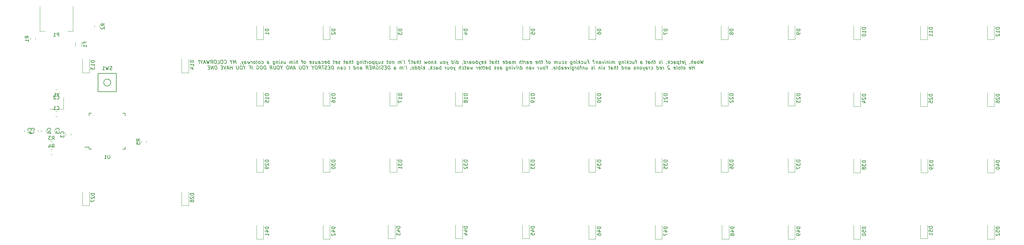
<source format=gbr>
G04 #@! TF.GenerationSoftware,KiCad,Pcbnew,(5.1.5)-3*
G04 #@! TF.CreationDate,2020-01-24T23:39:41-08:00*
G04 #@! TF.ProjectId,EUISOpcb,45554953-4f70-4636-922e-6b696361645f,rev?*
G04 #@! TF.SameCoordinates,Original*
G04 #@! TF.FileFunction,Legend,Bot*
G04 #@! TF.FilePolarity,Positive*
%FSLAX46Y46*%
G04 Gerber Fmt 4.6, Leading zero omitted, Abs format (unit mm)*
G04 Created by KiCad (PCBNEW (5.1.5)-3) date 2020-01-24 23:39:41*
%MOMM*%
%LPD*%
G04 APERTURE LIST*
%ADD10C,0.150000*%
%ADD11C,0.120000*%
G04 APERTURE END LIST*
D10*
X204110508Y-72541380D02*
X203997413Y-73541380D01*
X203717651Y-72827095D01*
X203616461Y-73541380D01*
X203253366Y-72541380D01*
X202854556Y-73541380D02*
X202943842Y-73493761D01*
X202985508Y-73446142D01*
X203021223Y-73350904D01*
X202985508Y-73065190D01*
X202925985Y-72969952D01*
X202872413Y-72922333D01*
X202771223Y-72874714D01*
X202628366Y-72874714D01*
X202539080Y-72922333D01*
X202497413Y-72969952D01*
X202461699Y-73065190D01*
X202497413Y-73350904D01*
X202556937Y-73446142D01*
X202610508Y-73493761D01*
X202711699Y-73541380D01*
X202854556Y-73541380D01*
X201664080Y-73541380D02*
X201598604Y-73017571D01*
X201634318Y-72922333D01*
X201723604Y-72874714D01*
X201914080Y-72874714D01*
X202015270Y-72922333D01*
X201658127Y-73493761D02*
X201759318Y-73541380D01*
X201997413Y-73541380D01*
X202086699Y-73493761D01*
X202122413Y-73398523D01*
X202110508Y-73303285D01*
X202050985Y-73208047D01*
X201949794Y-73160428D01*
X201711699Y-73160428D01*
X201610508Y-73112809D01*
X201187889Y-73541380D02*
X201062889Y-72541380D01*
X200759318Y-73541380D02*
X200693842Y-73017571D01*
X200729556Y-72922333D01*
X200818842Y-72874714D01*
X200961699Y-72874714D01*
X201062889Y-72922333D01*
X201116461Y-72969952D01*
X200229556Y-73493761D02*
X200235508Y-73541380D01*
X200295032Y-73636619D01*
X200348604Y-73684238D01*
X198961699Y-72874714D02*
X199068842Y-73731857D01*
X199128366Y-73827095D01*
X199229556Y-73874714D01*
X199277175Y-73874714D01*
X198920032Y-72541380D02*
X198973604Y-72589000D01*
X198931937Y-72636619D01*
X198878366Y-72589000D01*
X198920032Y-72541380D01*
X198931937Y-72636619D01*
X198181937Y-73493761D02*
X198283127Y-73541380D01*
X198473604Y-73541380D01*
X198562889Y-73493761D01*
X198598604Y-73398523D01*
X198550985Y-73017571D01*
X198491461Y-72922333D01*
X198390270Y-72874714D01*
X198199794Y-72874714D01*
X198110508Y-72922333D01*
X198074794Y-73017571D01*
X198086699Y-73112809D01*
X198574794Y-73208047D01*
X197771223Y-72874714D02*
X197390270Y-72874714D01*
X197586699Y-72541380D02*
X197693842Y-73398523D01*
X197658127Y-73493761D01*
X197568842Y-73541380D01*
X197473604Y-73541380D01*
X197056937Y-72874714D02*
X197181937Y-73874714D01*
X197062889Y-72922333D02*
X196961699Y-72874714D01*
X196771223Y-72874714D01*
X196681937Y-72922333D01*
X196640270Y-72969952D01*
X196604556Y-73065190D01*
X196640270Y-73350904D01*
X196699794Y-73446142D01*
X196753366Y-73493761D01*
X196854556Y-73541380D01*
X197045032Y-73541380D01*
X197134318Y-73493761D01*
X195806937Y-73541380D02*
X195741461Y-73017571D01*
X195777175Y-72922333D01*
X195866461Y-72874714D01*
X196056937Y-72874714D01*
X196158127Y-72922333D01*
X195800985Y-73493761D02*
X195902175Y-73541380D01*
X196140270Y-73541380D01*
X196229556Y-73493761D01*
X196265270Y-73398523D01*
X196253366Y-73303285D01*
X196193842Y-73208047D01*
X196092651Y-73160428D01*
X195854556Y-73160428D01*
X195753366Y-73112809D01*
X194896223Y-73493761D02*
X194997413Y-73541380D01*
X195187889Y-73541380D01*
X195277175Y-73493761D01*
X195318842Y-73446142D01*
X195354556Y-73350904D01*
X195318842Y-73065190D01*
X195259318Y-72969952D01*
X195205747Y-72922333D01*
X195104556Y-72874714D01*
X194914080Y-72874714D01*
X194824794Y-72922333D01*
X194473604Y-73541380D02*
X194348604Y-72541380D01*
X194330747Y-73160428D02*
X194092651Y-73541380D01*
X194009318Y-72874714D02*
X194437889Y-73255666D01*
X193610508Y-73493761D02*
X193616461Y-73541380D01*
X193675985Y-73636619D01*
X193729556Y-73684238D01*
X192425985Y-73541380D02*
X192342651Y-72874714D01*
X192300985Y-72541380D02*
X192354556Y-72589000D01*
X192312889Y-72636619D01*
X192259318Y-72589000D01*
X192300985Y-72541380D01*
X192312889Y-72636619D01*
X191991461Y-73493761D02*
X191902175Y-73541380D01*
X191711699Y-73541380D01*
X191610508Y-73493761D01*
X191550985Y-73398523D01*
X191545032Y-73350904D01*
X191580747Y-73255666D01*
X191670032Y-73208047D01*
X191812889Y-73208047D01*
X191902175Y-73160428D01*
X191937889Y-73065190D01*
X191931937Y-73017571D01*
X191872413Y-72922333D01*
X191771223Y-72874714D01*
X191628366Y-72874714D01*
X191539080Y-72922333D01*
X190437889Y-72874714D02*
X190056937Y-72874714D01*
X190253366Y-72541380D02*
X190360508Y-73398523D01*
X190324794Y-73493761D01*
X190235508Y-73541380D01*
X190140270Y-73541380D01*
X189806937Y-73541380D02*
X189681937Y-72541380D01*
X189378366Y-73541380D02*
X189312889Y-73017571D01*
X189348604Y-72922333D01*
X189437889Y-72874714D01*
X189580747Y-72874714D01*
X189681937Y-72922333D01*
X189735508Y-72969952D01*
X188473604Y-73541380D02*
X188408127Y-73017571D01*
X188443842Y-72922333D01*
X188533127Y-72874714D01*
X188723604Y-72874714D01*
X188824794Y-72922333D01*
X188467651Y-73493761D02*
X188568842Y-73541380D01*
X188806937Y-73541380D01*
X188896223Y-73493761D01*
X188931937Y-73398523D01*
X188920032Y-73303285D01*
X188860508Y-73208047D01*
X188759318Y-73160428D01*
X188521223Y-73160428D01*
X188420032Y-73112809D01*
X188056937Y-72874714D02*
X187675985Y-72874714D01*
X187872413Y-72541380D02*
X187979556Y-73398523D01*
X187943842Y-73493761D01*
X187854556Y-73541380D01*
X187759318Y-73541380D01*
X186235508Y-73541380D02*
X186170032Y-73017571D01*
X186205747Y-72922333D01*
X186295032Y-72874714D01*
X186485508Y-72874714D01*
X186586699Y-72922333D01*
X186229556Y-73493761D02*
X186330747Y-73541380D01*
X186568842Y-73541380D01*
X186658127Y-73493761D01*
X186693842Y-73398523D01*
X186681937Y-73303285D01*
X186622413Y-73208047D01*
X186521223Y-73160428D01*
X186283127Y-73160428D01*
X186181937Y-73112809D01*
X185056937Y-72874714D02*
X184675985Y-72874714D01*
X184997413Y-73541380D02*
X184890270Y-72684238D01*
X184830747Y-72589000D01*
X184729556Y-72541380D01*
X184634318Y-72541380D01*
X183914080Y-72874714D02*
X183997413Y-73541380D01*
X184342651Y-72874714D02*
X184408127Y-73398523D01*
X184372413Y-73493761D01*
X184283127Y-73541380D01*
X184140270Y-73541380D01*
X184039080Y-73493761D01*
X183985508Y-73446142D01*
X183086699Y-73493761D02*
X183187889Y-73541380D01*
X183378366Y-73541380D01*
X183467651Y-73493761D01*
X183509318Y-73446142D01*
X183545032Y-73350904D01*
X183509318Y-73065190D01*
X183449794Y-72969952D01*
X183396223Y-72922333D01*
X183295032Y-72874714D01*
X183104556Y-72874714D01*
X183015270Y-72922333D01*
X182664080Y-73541380D02*
X182539080Y-72541380D01*
X182521223Y-73160428D02*
X182283127Y-73541380D01*
X182199794Y-72874714D02*
X182628366Y-73255666D01*
X181854556Y-73541380D02*
X181771223Y-72874714D01*
X181729556Y-72541380D02*
X181783127Y-72589000D01*
X181741461Y-72636619D01*
X181687889Y-72589000D01*
X181729556Y-72541380D01*
X181741461Y-72636619D01*
X181295032Y-72874714D02*
X181378366Y-73541380D01*
X181306937Y-72969952D02*
X181253366Y-72922333D01*
X181152175Y-72874714D01*
X181009318Y-72874714D01*
X180920032Y-72922333D01*
X180884318Y-73017571D01*
X180949794Y-73541380D01*
X179961699Y-72874714D02*
X180062889Y-73684238D01*
X180122413Y-73779476D01*
X180175985Y-73827095D01*
X180277175Y-73874714D01*
X180420032Y-73874714D01*
X180509318Y-73827095D01*
X180039080Y-73493761D02*
X180140270Y-73541380D01*
X180330747Y-73541380D01*
X180420032Y-73493761D01*
X180461699Y-73446142D01*
X180497413Y-73350904D01*
X180461699Y-73065190D01*
X180402175Y-72969952D01*
X180348604Y-72922333D01*
X180247413Y-72874714D01*
X180056937Y-72874714D01*
X179967651Y-72922333D01*
X178806937Y-73541380D02*
X178723604Y-72874714D01*
X178735508Y-72969952D02*
X178681937Y-72922333D01*
X178580747Y-72874714D01*
X178437889Y-72874714D01*
X178348604Y-72922333D01*
X178312889Y-73017571D01*
X178378366Y-73541380D01*
X178312889Y-73017571D02*
X178253366Y-72922333D01*
X178152175Y-72874714D01*
X178009318Y-72874714D01*
X177920032Y-72922333D01*
X177884318Y-73017571D01*
X177949794Y-73541380D01*
X177473604Y-73541380D02*
X177390270Y-72874714D01*
X177348604Y-72541380D02*
X177402175Y-72589000D01*
X177360508Y-72636619D01*
X177306937Y-72589000D01*
X177348604Y-72541380D01*
X177360508Y-72636619D01*
X176914080Y-72874714D02*
X176997413Y-73541380D01*
X176925985Y-72969952D02*
X176872413Y-72922333D01*
X176771223Y-72874714D01*
X176628366Y-72874714D01*
X176539080Y-72922333D01*
X176503366Y-73017571D01*
X176568842Y-73541380D01*
X176092651Y-73541380D02*
X176009318Y-72874714D01*
X175967651Y-72541380D02*
X176021223Y-72589000D01*
X175979556Y-72636619D01*
X175925985Y-72589000D01*
X175967651Y-72541380D01*
X175979556Y-72636619D01*
X175628366Y-72874714D02*
X175473604Y-73541380D01*
X175152175Y-72874714D01*
X174425985Y-73541380D02*
X174360508Y-73017571D01*
X174396223Y-72922333D01*
X174485508Y-72874714D01*
X174675985Y-72874714D01*
X174777175Y-72922333D01*
X174420032Y-73493761D02*
X174521223Y-73541380D01*
X174759318Y-73541380D01*
X174848604Y-73493761D01*
X174884318Y-73398523D01*
X174872413Y-73303285D01*
X174812889Y-73208047D01*
X174711699Y-73160428D01*
X174473604Y-73160428D01*
X174372413Y-73112809D01*
X173866461Y-72874714D02*
X173949794Y-73541380D01*
X173878366Y-72969952D02*
X173824794Y-72922333D01*
X173723604Y-72874714D01*
X173580747Y-72874714D01*
X173491461Y-72922333D01*
X173455747Y-73017571D01*
X173521223Y-73541380D01*
X172890270Y-73446142D02*
X172848604Y-73493761D01*
X172902175Y-73541380D01*
X172943842Y-73493761D01*
X172890270Y-73446142D01*
X172902175Y-73541380D01*
X172973604Y-72589000D02*
X172872413Y-72541380D01*
X172634318Y-72541380D01*
X172545032Y-72589000D01*
X172509318Y-72684238D01*
X172521223Y-72779476D01*
X172580747Y-72874714D01*
X172634318Y-72922333D01*
X172735508Y-72969952D01*
X172789080Y-73017571D01*
X172848604Y-73112809D01*
X172854556Y-73160428D01*
X171027175Y-73017571D02*
X171360508Y-73017571D01*
X171425985Y-73541380D02*
X171300985Y-72541380D01*
X170824794Y-72541380D01*
X170056937Y-72874714D02*
X170140270Y-73541380D01*
X170485508Y-72874714D02*
X170550985Y-73398523D01*
X170515270Y-73493761D01*
X170425985Y-73541380D01*
X170283127Y-73541380D01*
X170181937Y-73493761D01*
X170128366Y-73446142D01*
X169229556Y-73493761D02*
X169330747Y-73541380D01*
X169521223Y-73541380D01*
X169610508Y-73493761D01*
X169652175Y-73446142D01*
X169687889Y-73350904D01*
X169652175Y-73065190D01*
X169592651Y-72969952D01*
X169539080Y-72922333D01*
X169437889Y-72874714D01*
X169247413Y-72874714D01*
X169158127Y-72922333D01*
X168806937Y-73541380D02*
X168681937Y-72541380D01*
X168664080Y-73160428D02*
X168425985Y-73541380D01*
X168342651Y-72874714D02*
X168771223Y-73255666D01*
X167997413Y-73541380D02*
X167914080Y-72874714D01*
X167872413Y-72541380D02*
X167925985Y-72589000D01*
X167884318Y-72636619D01*
X167830747Y-72589000D01*
X167872413Y-72541380D01*
X167884318Y-72636619D01*
X167437889Y-72874714D02*
X167521223Y-73541380D01*
X167449794Y-72969952D02*
X167396223Y-72922333D01*
X167295032Y-72874714D01*
X167152175Y-72874714D01*
X167062889Y-72922333D01*
X167027175Y-73017571D01*
X167092651Y-73541380D01*
X166104556Y-72874714D02*
X166205747Y-73684238D01*
X166265270Y-73779476D01*
X166318842Y-73827095D01*
X166420032Y-73874714D01*
X166562889Y-73874714D01*
X166652175Y-73827095D01*
X166181937Y-73493761D02*
X166283127Y-73541380D01*
X166473604Y-73541380D01*
X166562889Y-73493761D01*
X166604556Y-73446142D01*
X166640270Y-73350904D01*
X166604556Y-73065190D01*
X166545032Y-72969952D01*
X166491461Y-72922333D01*
X166390270Y-72874714D01*
X166199794Y-72874714D01*
X166110508Y-72922333D01*
X164991461Y-73493761D02*
X164902175Y-73541380D01*
X164711699Y-73541380D01*
X164610508Y-73493761D01*
X164550985Y-73398523D01*
X164545032Y-73350904D01*
X164580747Y-73255666D01*
X164670032Y-73208047D01*
X164812889Y-73208047D01*
X164902175Y-73160428D01*
X164937889Y-73065190D01*
X164931937Y-73017571D01*
X164872413Y-72922333D01*
X164771223Y-72874714D01*
X164628366Y-72874714D01*
X164539080Y-72922333D01*
X163705747Y-73493761D02*
X163806937Y-73541380D01*
X163997413Y-73541380D01*
X164086699Y-73493761D01*
X164128366Y-73446142D01*
X164164080Y-73350904D01*
X164128366Y-73065190D01*
X164068842Y-72969952D01*
X164015270Y-72922333D01*
X163914080Y-72874714D01*
X163723604Y-72874714D01*
X163634318Y-72922333D01*
X162771223Y-72874714D02*
X162854556Y-73541380D01*
X163199794Y-72874714D02*
X163265270Y-73398523D01*
X163229556Y-73493761D01*
X163140270Y-73541380D01*
X162997413Y-73541380D01*
X162896223Y-73493761D01*
X162842651Y-73446142D01*
X162378366Y-73541380D02*
X162295032Y-72874714D01*
X162306937Y-72969952D02*
X162253366Y-72922333D01*
X162152175Y-72874714D01*
X162009318Y-72874714D01*
X161920032Y-72922333D01*
X161884318Y-73017571D01*
X161949794Y-73541380D01*
X161884318Y-73017571D02*
X161824794Y-72922333D01*
X161723604Y-72874714D01*
X161580747Y-72874714D01*
X161491461Y-72922333D01*
X161455747Y-73017571D01*
X161521223Y-73541380D01*
X160140270Y-73541380D02*
X160229556Y-73493761D01*
X160271223Y-73446142D01*
X160306937Y-73350904D01*
X160271223Y-73065190D01*
X160211699Y-72969952D01*
X160158127Y-72922333D01*
X160056937Y-72874714D01*
X159914080Y-72874714D01*
X159824794Y-72922333D01*
X159783127Y-72969952D01*
X159747413Y-73065190D01*
X159783127Y-73350904D01*
X159842651Y-73446142D01*
X159896223Y-73493761D01*
X159997413Y-73541380D01*
X160140270Y-73541380D01*
X159437889Y-72874714D02*
X159056937Y-72874714D01*
X159378366Y-73541380D02*
X159271223Y-72684238D01*
X159211699Y-72589000D01*
X159110508Y-72541380D01*
X159015270Y-72541380D01*
X158104556Y-72874714D02*
X157723604Y-72874714D01*
X157920032Y-72541380D02*
X158027175Y-73398523D01*
X157991461Y-73493761D01*
X157902175Y-73541380D01*
X157806937Y-73541380D01*
X157473604Y-73541380D02*
X157348604Y-72541380D01*
X157045032Y-73541380D02*
X156979556Y-73017571D01*
X157015270Y-72922333D01*
X157104556Y-72874714D01*
X157247413Y-72874714D01*
X157348604Y-72922333D01*
X157402175Y-72969952D01*
X156181937Y-73493761D02*
X156283127Y-73541380D01*
X156473604Y-73541380D01*
X156562889Y-73493761D01*
X156598604Y-73398523D01*
X156550985Y-73017571D01*
X156491461Y-72922333D01*
X156390270Y-72874714D01*
X156199794Y-72874714D01*
X156110508Y-72922333D01*
X156074794Y-73017571D01*
X156086699Y-73112809D01*
X156574794Y-73208047D01*
X154562889Y-73493761D02*
X154664080Y-73541380D01*
X154854556Y-73541380D01*
X154943842Y-73493761D01*
X154979556Y-73398523D01*
X154931937Y-73017571D01*
X154872413Y-72922333D01*
X154771223Y-72874714D01*
X154580747Y-72874714D01*
X154491461Y-72922333D01*
X154455747Y-73017571D01*
X154467651Y-73112809D01*
X154955747Y-73208047D01*
X153664080Y-73541380D02*
X153598604Y-73017571D01*
X153634318Y-72922333D01*
X153723604Y-72874714D01*
X153914080Y-72874714D01*
X154015270Y-72922333D01*
X153658127Y-73493761D02*
X153759318Y-73541380D01*
X153997413Y-73541380D01*
X154086699Y-73493761D01*
X154122413Y-73398523D01*
X154110508Y-73303285D01*
X154050985Y-73208047D01*
X153949794Y-73160428D01*
X153711699Y-73160428D01*
X153610508Y-73112809D01*
X153187889Y-73541380D02*
X153104556Y-72874714D01*
X153128366Y-73065190D02*
X153068842Y-72969952D01*
X153015270Y-72922333D01*
X152914080Y-72874714D01*
X152818842Y-72874714D01*
X152628366Y-72874714D02*
X152247413Y-72874714D01*
X152443842Y-72541380D02*
X152550985Y-73398523D01*
X152515270Y-73493761D01*
X152425985Y-73541380D01*
X152330747Y-73541380D01*
X151997413Y-73541380D02*
X151872413Y-72541380D01*
X151568842Y-73541380D02*
X151503366Y-73017571D01*
X151539080Y-72922333D01*
X151628366Y-72874714D01*
X151771223Y-72874714D01*
X151872413Y-72922333D01*
X151925985Y-72969952D01*
X150330747Y-73541380D02*
X150247413Y-72874714D01*
X150259318Y-72969952D02*
X150205747Y-72922333D01*
X150104556Y-72874714D01*
X149961699Y-72874714D01*
X149872413Y-72922333D01*
X149836699Y-73017571D01*
X149902175Y-73541380D01*
X149836699Y-73017571D02*
X149777175Y-72922333D01*
X149675985Y-72874714D01*
X149533127Y-72874714D01*
X149443842Y-72922333D01*
X149408127Y-73017571D01*
X149473604Y-73541380D01*
X148568842Y-73541380D02*
X148503366Y-73017571D01*
X148539080Y-72922333D01*
X148628366Y-72874714D01*
X148818842Y-72874714D01*
X148920032Y-72922333D01*
X148562889Y-73493761D02*
X148664080Y-73541380D01*
X148902175Y-73541380D01*
X148991461Y-73493761D01*
X149027175Y-73398523D01*
X149015270Y-73303285D01*
X148955747Y-73208047D01*
X148854556Y-73160428D01*
X148616461Y-73160428D01*
X148515270Y-73112809D01*
X147664080Y-73541380D02*
X147539080Y-72541380D01*
X147658127Y-73493761D02*
X147759318Y-73541380D01*
X147949794Y-73541380D01*
X148039080Y-73493761D01*
X148080747Y-73446142D01*
X148116461Y-73350904D01*
X148080747Y-73065190D01*
X148021223Y-72969952D01*
X147967651Y-72922333D01*
X147866461Y-72874714D01*
X147675985Y-72874714D01*
X147586699Y-72922333D01*
X146800985Y-73493761D02*
X146902175Y-73541380D01*
X147092651Y-73541380D01*
X147181937Y-73493761D01*
X147217651Y-73398523D01*
X147170032Y-73017571D01*
X147110508Y-72922333D01*
X147009318Y-72874714D01*
X146818842Y-72874714D01*
X146729556Y-72922333D01*
X146693842Y-73017571D01*
X146705747Y-73112809D01*
X147193842Y-73208047D01*
X145628366Y-72874714D02*
X145247413Y-72874714D01*
X145443842Y-72541380D02*
X145550985Y-73398523D01*
X145515270Y-73493761D01*
X145425985Y-73541380D01*
X145330747Y-73541380D01*
X144997413Y-73541380D02*
X144872413Y-72541380D01*
X144568842Y-73541380D02*
X144503366Y-73017571D01*
X144539080Y-72922333D01*
X144628366Y-72874714D01*
X144771223Y-72874714D01*
X144872413Y-72922333D01*
X144925985Y-72969952D01*
X143664080Y-73541380D02*
X143598604Y-73017571D01*
X143634318Y-72922333D01*
X143723604Y-72874714D01*
X143914080Y-72874714D01*
X144015270Y-72922333D01*
X143658127Y-73493761D02*
X143759318Y-73541380D01*
X143997413Y-73541380D01*
X144086699Y-73493761D01*
X144122413Y-73398523D01*
X144110508Y-73303285D01*
X144050985Y-73208047D01*
X143949794Y-73160428D01*
X143711699Y-73160428D01*
X143610508Y-73112809D01*
X143247413Y-72874714D02*
X142866461Y-72874714D01*
X143062889Y-72541380D02*
X143170032Y-73398523D01*
X143134318Y-73493761D01*
X143045032Y-73541380D01*
X142949794Y-73541380D01*
X141854556Y-73541380D02*
X141729556Y-72541380D01*
X141711699Y-73160428D02*
X141473604Y-73541380D01*
X141390270Y-72874714D02*
X141818842Y-73255666D01*
X140658127Y-73493761D02*
X140759318Y-73541380D01*
X140949794Y-73541380D01*
X141039080Y-73493761D01*
X141074794Y-73398523D01*
X141027175Y-73017571D01*
X140967651Y-72922333D01*
X140866461Y-72874714D01*
X140675985Y-72874714D01*
X140586699Y-72922333D01*
X140550985Y-73017571D01*
X140562889Y-73112809D01*
X141050985Y-73208047D01*
X140199794Y-72874714D02*
X140045032Y-73541380D01*
X139723604Y-72874714D02*
X140045032Y-73541380D01*
X140170032Y-73779476D01*
X140223604Y-73827095D01*
X140324794Y-73874714D01*
X139425985Y-73541380D02*
X139300985Y-72541380D01*
X139348604Y-72922333D02*
X139247413Y-72874714D01*
X139056937Y-72874714D01*
X138967651Y-72922333D01*
X138925985Y-72969952D01*
X138890270Y-73065190D01*
X138925985Y-73350904D01*
X138985508Y-73446142D01*
X139039080Y-73493761D01*
X139140270Y-73541380D01*
X139330747Y-73541380D01*
X139420032Y-73493761D01*
X138378366Y-73541380D02*
X138467651Y-73493761D01*
X138509318Y-73446142D01*
X138545032Y-73350904D01*
X138509318Y-73065190D01*
X138449794Y-72969952D01*
X138396223Y-72922333D01*
X138295032Y-72874714D01*
X138152175Y-72874714D01*
X138062889Y-72922333D01*
X138021223Y-72969952D01*
X137985508Y-73065190D01*
X138021223Y-73350904D01*
X138080747Y-73446142D01*
X138134318Y-73493761D01*
X138235508Y-73541380D01*
X138378366Y-73541380D01*
X137187889Y-73541380D02*
X137122413Y-73017571D01*
X137158127Y-72922333D01*
X137247413Y-72874714D01*
X137437889Y-72874714D01*
X137539080Y-72922333D01*
X137181937Y-73493761D02*
X137283127Y-73541380D01*
X137521223Y-73541380D01*
X137610508Y-73493761D01*
X137646223Y-73398523D01*
X137634318Y-73303285D01*
X137574794Y-73208047D01*
X137473604Y-73160428D01*
X137235508Y-73160428D01*
X137134318Y-73112809D01*
X136711699Y-73541380D02*
X136628366Y-72874714D01*
X136652175Y-73065190D02*
X136592651Y-72969952D01*
X136539080Y-72922333D01*
X136437889Y-72874714D01*
X136342651Y-72874714D01*
X135664080Y-73541380D02*
X135539080Y-72541380D01*
X135658127Y-73493761D02*
X135759318Y-73541380D01*
X135949794Y-73541380D01*
X136039080Y-73493761D01*
X136080747Y-73446142D01*
X136116461Y-73350904D01*
X136080747Y-73065190D01*
X136021223Y-72969952D01*
X135967651Y-72922333D01*
X135866461Y-72874714D01*
X135675985Y-72874714D01*
X135586699Y-72922333D01*
X135134318Y-73493761D02*
X135140270Y-73541380D01*
X135199794Y-73636619D01*
X135253366Y-73684238D01*
X133521223Y-73541380D02*
X133396223Y-72541380D01*
X133515270Y-73493761D02*
X133616461Y-73541380D01*
X133806937Y-73541380D01*
X133896223Y-73493761D01*
X133937889Y-73446142D01*
X133973604Y-73350904D01*
X133937889Y-73065190D01*
X133878366Y-72969952D01*
X133824794Y-72922333D01*
X133723604Y-72874714D01*
X133533127Y-72874714D01*
X133443842Y-72922333D01*
X133045032Y-73541380D02*
X132961699Y-72874714D01*
X132920032Y-72541380D02*
X132973604Y-72589000D01*
X132931937Y-72636619D01*
X132878366Y-72589000D01*
X132920032Y-72541380D01*
X132931937Y-72636619D01*
X132140270Y-73541380D02*
X132015270Y-72541380D01*
X132134318Y-73493761D02*
X132235508Y-73541380D01*
X132425985Y-73541380D01*
X132515270Y-73493761D01*
X132556937Y-73446142D01*
X132592651Y-73350904D01*
X132556937Y-73065190D01*
X132497413Y-72969952D01*
X132443842Y-72922333D01*
X132342651Y-72874714D01*
X132152175Y-72874714D01*
X132062889Y-72922333D01*
X130914080Y-72874714D02*
X130759318Y-73541380D01*
X130437889Y-72874714D02*
X130759318Y-73541380D01*
X130884318Y-73779476D01*
X130937889Y-73827095D01*
X131039080Y-73874714D01*
X129997413Y-73541380D02*
X130086699Y-73493761D01*
X130128366Y-73446142D01*
X130164080Y-73350904D01*
X130128366Y-73065190D01*
X130068842Y-72969952D01*
X130015270Y-72922333D01*
X129914080Y-72874714D01*
X129771223Y-72874714D01*
X129681937Y-72922333D01*
X129640270Y-72969952D01*
X129604556Y-73065190D01*
X129640270Y-73350904D01*
X129699794Y-73446142D01*
X129753366Y-73493761D01*
X129854556Y-73541380D01*
X129997413Y-73541380D01*
X128723604Y-72874714D02*
X128806937Y-73541380D01*
X129152175Y-72874714D02*
X129217651Y-73398523D01*
X129181937Y-73493761D01*
X129092651Y-73541380D01*
X128949794Y-73541380D01*
X128848604Y-73493761D01*
X128795032Y-73446142D01*
X127568842Y-73541380D02*
X127443842Y-72541380D01*
X127425985Y-73160428D02*
X127187889Y-73541380D01*
X127104556Y-72874714D02*
X127533127Y-73255666D01*
X126675985Y-72874714D02*
X126759318Y-73541380D01*
X126687889Y-72969952D02*
X126634318Y-72922333D01*
X126533127Y-72874714D01*
X126390270Y-72874714D01*
X126300985Y-72922333D01*
X126265270Y-73017571D01*
X126330747Y-73541380D01*
X125711699Y-73541380D02*
X125800985Y-73493761D01*
X125842651Y-73446142D01*
X125878366Y-73350904D01*
X125842651Y-73065190D01*
X125783127Y-72969952D01*
X125729556Y-72922333D01*
X125628366Y-72874714D01*
X125485508Y-72874714D01*
X125396223Y-72922333D01*
X125354556Y-72969952D01*
X125318842Y-73065190D01*
X125354556Y-73350904D01*
X125414080Y-73446142D01*
X125467651Y-73493761D01*
X125568842Y-73541380D01*
X125711699Y-73541380D01*
X124961699Y-72874714D02*
X124854556Y-73541380D01*
X124604556Y-73065190D01*
X124473604Y-73541380D01*
X124199794Y-72874714D01*
X123199794Y-72874714D02*
X122818842Y-72874714D01*
X123015270Y-72541380D02*
X123122413Y-73398523D01*
X123086699Y-73493761D01*
X122997413Y-73541380D01*
X122902175Y-73541380D01*
X122568842Y-73541380D02*
X122443842Y-72541380D01*
X122140270Y-73541380D02*
X122074794Y-73017571D01*
X122110508Y-72922333D01*
X122199794Y-72874714D01*
X122342651Y-72874714D01*
X122443842Y-72922333D01*
X122497413Y-72969952D01*
X121235508Y-73541380D02*
X121170032Y-73017571D01*
X121205747Y-72922333D01*
X121295032Y-72874714D01*
X121485508Y-72874714D01*
X121586699Y-72922333D01*
X121229556Y-73493761D02*
X121330747Y-73541380D01*
X121568842Y-73541380D01*
X121658127Y-73493761D01*
X121693842Y-73398523D01*
X121681937Y-73303285D01*
X121622413Y-73208047D01*
X121521223Y-73160428D01*
X121283127Y-73160428D01*
X121181937Y-73112809D01*
X120818842Y-72874714D02*
X120437889Y-72874714D01*
X120634318Y-72541380D02*
X120741461Y-73398523D01*
X120705747Y-73493761D01*
X120616461Y-73541380D01*
X120521223Y-73541380D01*
X120033127Y-73446142D02*
X119991461Y-73493761D01*
X120045032Y-73541380D01*
X120086699Y-73493761D01*
X120033127Y-73446142D01*
X120045032Y-73541380D01*
X120116461Y-72589000D02*
X120015270Y-72541380D01*
X119777175Y-72541380D01*
X119687889Y-72589000D01*
X119652175Y-72684238D01*
X119664080Y-72779476D01*
X119723604Y-72874714D01*
X119777175Y-72922333D01*
X119878366Y-72969952D01*
X119931937Y-73017571D01*
X119991461Y-73112809D01*
X119997413Y-73160428D01*
X118568842Y-73541380D02*
X118443842Y-72541380D01*
X117920032Y-72541380D02*
X118039080Y-72731857D01*
X117616461Y-73541380D02*
X117533127Y-72874714D01*
X117545032Y-72969952D02*
X117491461Y-72922333D01*
X117390270Y-72874714D01*
X117247413Y-72874714D01*
X117158127Y-72922333D01*
X117122413Y-73017571D01*
X117187889Y-73541380D01*
X117122413Y-73017571D02*
X117062889Y-72922333D01*
X116961699Y-72874714D01*
X116818842Y-72874714D01*
X116729556Y-72922333D01*
X116693842Y-73017571D01*
X116759318Y-73541380D01*
X115437889Y-72874714D02*
X115521223Y-73541380D01*
X115449794Y-72969952D02*
X115396223Y-72922333D01*
X115295032Y-72874714D01*
X115152175Y-72874714D01*
X115062889Y-72922333D01*
X115027175Y-73017571D01*
X115092651Y-73541380D01*
X114473604Y-73541380D02*
X114562889Y-73493761D01*
X114604556Y-73446142D01*
X114640270Y-73350904D01*
X114604556Y-73065190D01*
X114545032Y-72969952D01*
X114491461Y-72922333D01*
X114390270Y-72874714D01*
X114247413Y-72874714D01*
X114158127Y-72922333D01*
X114116461Y-72969952D01*
X114080747Y-73065190D01*
X114116461Y-73350904D01*
X114175985Y-73446142D01*
X114229556Y-73493761D01*
X114330747Y-73541380D01*
X114473604Y-73541380D01*
X113771223Y-72874714D02*
X113390270Y-72874714D01*
X113586699Y-72541380D02*
X113693842Y-73398523D01*
X113658127Y-73493761D01*
X113568842Y-73541380D01*
X113473604Y-73541380D01*
X112420032Y-73493761D02*
X112330747Y-73541380D01*
X112140270Y-73541380D01*
X112039080Y-73493761D01*
X111979556Y-73398523D01*
X111973604Y-73350904D01*
X112009318Y-73255666D01*
X112098604Y-73208047D01*
X112241461Y-73208047D01*
X112330747Y-73160428D01*
X112366461Y-73065190D01*
X112360508Y-73017571D01*
X112300985Y-72922333D01*
X112199794Y-72874714D01*
X112056937Y-72874714D01*
X111967651Y-72922333D01*
X111056937Y-72874714D02*
X111140270Y-73541380D01*
X111485508Y-72874714D02*
X111550985Y-73398523D01*
X111515270Y-73493761D01*
X111425985Y-73541380D01*
X111283127Y-73541380D01*
X111181937Y-73493761D01*
X111128366Y-73446142D01*
X110580747Y-72874714D02*
X110705747Y-73874714D01*
X110586699Y-72922333D02*
X110485508Y-72874714D01*
X110295032Y-72874714D01*
X110205747Y-72922333D01*
X110164080Y-72969952D01*
X110128366Y-73065190D01*
X110164080Y-73350904D01*
X110223604Y-73446142D01*
X110277175Y-73493761D01*
X110378366Y-73541380D01*
X110568842Y-73541380D01*
X110658127Y-73493761D01*
X109675985Y-72874714D02*
X109800985Y-73874714D01*
X109681937Y-72922333D02*
X109580747Y-72874714D01*
X109390270Y-72874714D01*
X109300985Y-72922333D01*
X109259318Y-72969952D01*
X109223604Y-73065190D01*
X109259318Y-73350904D01*
X109318842Y-73446142D01*
X109372413Y-73493761D01*
X109473604Y-73541380D01*
X109664080Y-73541380D01*
X109753366Y-73493761D01*
X108711699Y-73541380D02*
X108800985Y-73493761D01*
X108842651Y-73446142D01*
X108878366Y-73350904D01*
X108842651Y-73065190D01*
X108783127Y-72969952D01*
X108729556Y-72922333D01*
X108628366Y-72874714D01*
X108485508Y-72874714D01*
X108396223Y-72922333D01*
X108354556Y-72969952D01*
X108318842Y-73065190D01*
X108354556Y-73350904D01*
X108414080Y-73446142D01*
X108467651Y-73493761D01*
X108568842Y-73541380D01*
X108711699Y-73541380D01*
X107949794Y-73541380D02*
X107866461Y-72874714D01*
X107890270Y-73065190D02*
X107830747Y-72969952D01*
X107777175Y-72922333D01*
X107675985Y-72874714D01*
X107580747Y-72874714D01*
X107390270Y-72874714D02*
X107009318Y-72874714D01*
X107205747Y-72541380D02*
X107312889Y-73398523D01*
X107277175Y-73493761D01*
X107187889Y-73541380D01*
X107092651Y-73541380D01*
X106759318Y-73541380D02*
X106675985Y-72874714D01*
X106634318Y-72541380D02*
X106687889Y-72589000D01*
X106646223Y-72636619D01*
X106592651Y-72589000D01*
X106634318Y-72541380D01*
X106646223Y-72636619D01*
X106199794Y-72874714D02*
X106283127Y-73541380D01*
X106211699Y-72969952D02*
X106158127Y-72922333D01*
X106056937Y-72874714D01*
X105914080Y-72874714D01*
X105824794Y-72922333D01*
X105789080Y-73017571D01*
X105854556Y-73541380D01*
X104866461Y-72874714D02*
X104967651Y-73684238D01*
X105027175Y-73779476D01*
X105080747Y-73827095D01*
X105181937Y-73874714D01*
X105324794Y-73874714D01*
X105414080Y-73827095D01*
X104943842Y-73493761D02*
X105045032Y-73541380D01*
X105235508Y-73541380D01*
X105324794Y-73493761D01*
X105366461Y-73446142D01*
X105402175Y-73350904D01*
X105366461Y-73065190D01*
X105306937Y-72969952D01*
X105253366Y-72922333D01*
X105152175Y-72874714D01*
X104961699Y-72874714D01*
X104872413Y-72922333D01*
X103771223Y-72874714D02*
X103390270Y-72874714D01*
X103586699Y-72541380D02*
X103693842Y-73398523D01*
X103658127Y-73493761D01*
X103568842Y-73541380D01*
X103473604Y-73541380D01*
X103140270Y-73541380D02*
X103015270Y-72541380D01*
X102711699Y-73541380D02*
X102646223Y-73017571D01*
X102681937Y-72922333D01*
X102771223Y-72874714D01*
X102914080Y-72874714D01*
X103015270Y-72922333D01*
X103068842Y-72969952D01*
X101806937Y-73541380D02*
X101741461Y-73017571D01*
X101777175Y-72922333D01*
X101866461Y-72874714D01*
X102056937Y-72874714D01*
X102158127Y-72922333D01*
X101800985Y-73493761D02*
X101902175Y-73541380D01*
X102140270Y-73541380D01*
X102229556Y-73493761D01*
X102265270Y-73398523D01*
X102253366Y-73303285D01*
X102193842Y-73208047D01*
X102092651Y-73160428D01*
X101854556Y-73160428D01*
X101753366Y-73112809D01*
X101390270Y-72874714D02*
X101009318Y-72874714D01*
X101205747Y-72541380D02*
X101312889Y-73398523D01*
X101277175Y-73493761D01*
X101187889Y-73541380D01*
X101092651Y-73541380D01*
X100039080Y-73493761D02*
X99949794Y-73541380D01*
X99759318Y-73541380D01*
X99658127Y-73493761D01*
X99598604Y-73398523D01*
X99592651Y-73350904D01*
X99628366Y-73255666D01*
X99717651Y-73208047D01*
X99860508Y-73208047D01*
X99949794Y-73160428D01*
X99985508Y-73065190D01*
X99979556Y-73017571D01*
X99920032Y-72922333D01*
X99818842Y-72874714D01*
X99675985Y-72874714D01*
X99586699Y-72922333D01*
X98800985Y-73493761D02*
X98902175Y-73541380D01*
X99092651Y-73541380D01*
X99181937Y-73493761D01*
X99217651Y-73398523D01*
X99170032Y-73017571D01*
X99110508Y-72922333D01*
X99009318Y-72874714D01*
X98818842Y-72874714D01*
X98729556Y-72922333D01*
X98693842Y-73017571D01*
X98705747Y-73112809D01*
X99193842Y-73208047D01*
X98390270Y-72874714D02*
X98009318Y-72874714D01*
X98205747Y-72541380D02*
X98312889Y-73398523D01*
X98277175Y-73493761D01*
X98187889Y-73541380D01*
X98092651Y-73541380D01*
X96997413Y-73541380D02*
X96872413Y-72541380D01*
X96920032Y-72922333D02*
X96818842Y-72874714D01*
X96628366Y-72874714D01*
X96539080Y-72922333D01*
X96497413Y-72969952D01*
X96461699Y-73065190D01*
X96497413Y-73350904D01*
X96556937Y-73446142D01*
X96610508Y-73493761D01*
X96711699Y-73541380D01*
X96902175Y-73541380D01*
X96991461Y-73493761D01*
X95705747Y-73493761D02*
X95806937Y-73541380D01*
X95997413Y-73541380D01*
X96086699Y-73493761D01*
X96122413Y-73398523D01*
X96074794Y-73017571D01*
X96015270Y-72922333D01*
X95914080Y-72874714D01*
X95723604Y-72874714D01*
X95634318Y-72922333D01*
X95598604Y-73017571D01*
X95610508Y-73112809D01*
X96098604Y-73208047D01*
X94800985Y-73493761D02*
X94902175Y-73541380D01*
X95092651Y-73541380D01*
X95181937Y-73493761D01*
X95223604Y-73446142D01*
X95259318Y-73350904D01*
X95223604Y-73065190D01*
X95164080Y-72969952D01*
X95110508Y-72922333D01*
X95009318Y-72874714D01*
X94818842Y-72874714D01*
X94729556Y-72922333D01*
X93949794Y-73541380D02*
X93884318Y-73017571D01*
X93920032Y-72922333D01*
X94009318Y-72874714D01*
X94199794Y-72874714D01*
X94300985Y-72922333D01*
X93943842Y-73493761D02*
X94045032Y-73541380D01*
X94283127Y-73541380D01*
X94372413Y-73493761D01*
X94408127Y-73398523D01*
X94396223Y-73303285D01*
X94336699Y-73208047D01*
X94235508Y-73160428D01*
X93997413Y-73160428D01*
X93896223Y-73112809D01*
X92961699Y-72874714D02*
X93045032Y-73541380D01*
X93390270Y-72874714D02*
X93455747Y-73398523D01*
X93420032Y-73493761D01*
X93330747Y-73541380D01*
X93187889Y-73541380D01*
X93086699Y-73493761D01*
X93033127Y-73446142D01*
X92610508Y-73493761D02*
X92521223Y-73541380D01*
X92330747Y-73541380D01*
X92229556Y-73493761D01*
X92170032Y-73398523D01*
X92164080Y-73350904D01*
X92199794Y-73255666D01*
X92289080Y-73208047D01*
X92431937Y-73208047D01*
X92521223Y-73160428D01*
X92556937Y-73065190D01*
X92550985Y-73017571D01*
X92491461Y-72922333D01*
X92390270Y-72874714D01*
X92247413Y-72874714D01*
X92158127Y-72922333D01*
X91372413Y-73493761D02*
X91473604Y-73541380D01*
X91664080Y-73541380D01*
X91753366Y-73493761D01*
X91789080Y-73398523D01*
X91741461Y-73017571D01*
X91681937Y-72922333D01*
X91580747Y-72874714D01*
X91390270Y-72874714D01*
X91300985Y-72922333D01*
X91265270Y-73017571D01*
X91277175Y-73112809D01*
X91765270Y-73208047D01*
X89997413Y-73541380D02*
X90086699Y-73493761D01*
X90128366Y-73446142D01*
X90164080Y-73350904D01*
X90128366Y-73065190D01*
X90068842Y-72969952D01*
X90015270Y-72922333D01*
X89914080Y-72874714D01*
X89771223Y-72874714D01*
X89681937Y-72922333D01*
X89640270Y-72969952D01*
X89604556Y-73065190D01*
X89640270Y-73350904D01*
X89699794Y-73446142D01*
X89753366Y-73493761D01*
X89854556Y-73541380D01*
X89997413Y-73541380D01*
X89295032Y-72874714D02*
X88914080Y-72874714D01*
X89235508Y-73541380D02*
X89128366Y-72684238D01*
X89068842Y-72589000D01*
X88967651Y-72541380D01*
X88872413Y-72541380D01*
X87902175Y-73541380D02*
X87777175Y-72541380D01*
X87473604Y-73541380D02*
X87408127Y-73017571D01*
X87443842Y-72922333D01*
X87533127Y-72874714D01*
X87675985Y-72874714D01*
X87777175Y-72922333D01*
X87830747Y-72969952D01*
X86997413Y-73541380D02*
X86914080Y-72874714D01*
X86872413Y-72541380D02*
X86925985Y-72589000D01*
X86884318Y-72636619D01*
X86830747Y-72589000D01*
X86872413Y-72541380D01*
X86884318Y-72636619D01*
X86521223Y-73541380D02*
X86437889Y-72874714D01*
X86449794Y-72969952D02*
X86396223Y-72922333D01*
X86295032Y-72874714D01*
X86152175Y-72874714D01*
X86062889Y-72922333D01*
X86027175Y-73017571D01*
X86092651Y-73541380D01*
X86027175Y-73017571D02*
X85967651Y-72922333D01*
X85866461Y-72874714D01*
X85723604Y-72874714D01*
X85634318Y-72922333D01*
X85598604Y-73017571D01*
X85664080Y-73541380D01*
X83914080Y-72874714D02*
X83997413Y-73541380D01*
X84342651Y-72874714D02*
X84408127Y-73398523D01*
X84372413Y-73493761D01*
X84283127Y-73541380D01*
X84140270Y-73541380D01*
X84039080Y-73493761D01*
X83985508Y-73446142D01*
X83562889Y-73493761D02*
X83473604Y-73541380D01*
X83283127Y-73541380D01*
X83181937Y-73493761D01*
X83122413Y-73398523D01*
X83116461Y-73350904D01*
X83152175Y-73255666D01*
X83241461Y-73208047D01*
X83384318Y-73208047D01*
X83473604Y-73160428D01*
X83509318Y-73065190D01*
X83503366Y-73017571D01*
X83443842Y-72922333D01*
X83342651Y-72874714D01*
X83199794Y-72874714D01*
X83110508Y-72922333D01*
X82711699Y-73541380D02*
X82628366Y-72874714D01*
X82586699Y-72541380D02*
X82640270Y-72589000D01*
X82598604Y-72636619D01*
X82545032Y-72589000D01*
X82586699Y-72541380D01*
X82598604Y-72636619D01*
X82152175Y-72874714D02*
X82235508Y-73541380D01*
X82164080Y-72969952D02*
X82110508Y-72922333D01*
X82009318Y-72874714D01*
X81866461Y-72874714D01*
X81777175Y-72922333D01*
X81741461Y-73017571D01*
X81806937Y-73541380D01*
X80818842Y-72874714D02*
X80920032Y-73684238D01*
X80979556Y-73779476D01*
X81033127Y-73827095D01*
X81134318Y-73874714D01*
X81277175Y-73874714D01*
X81366461Y-73827095D01*
X80896223Y-73493761D02*
X80997413Y-73541380D01*
X81187889Y-73541380D01*
X81277175Y-73493761D01*
X81318842Y-73446142D01*
X81354556Y-73350904D01*
X81318842Y-73065190D01*
X81259318Y-72969952D01*
X81205747Y-72922333D01*
X81104556Y-72874714D01*
X80914080Y-72874714D01*
X80824794Y-72922333D01*
X79235508Y-73541380D02*
X79170032Y-73017571D01*
X79205747Y-72922333D01*
X79295032Y-72874714D01*
X79485508Y-72874714D01*
X79586699Y-72922333D01*
X79229556Y-73493761D02*
X79330747Y-73541380D01*
X79568842Y-73541380D01*
X79658127Y-73493761D01*
X79693842Y-73398523D01*
X79681937Y-73303285D01*
X79622413Y-73208047D01*
X79521223Y-73160428D01*
X79283127Y-73160428D01*
X79181937Y-73112809D01*
X77562889Y-73493761D02*
X77664080Y-73541380D01*
X77854556Y-73541380D01*
X77943842Y-73493761D01*
X77985508Y-73446142D01*
X78021223Y-73350904D01*
X77985508Y-73065190D01*
X77925985Y-72969952D01*
X77872413Y-72922333D01*
X77771223Y-72874714D01*
X77580747Y-72874714D01*
X77491461Y-72922333D01*
X76997413Y-73541380D02*
X77086699Y-73493761D01*
X77128366Y-73446142D01*
X77164080Y-73350904D01*
X77128366Y-73065190D01*
X77068842Y-72969952D01*
X77015270Y-72922333D01*
X76914080Y-72874714D01*
X76771223Y-72874714D01*
X76681937Y-72922333D01*
X76640270Y-72969952D01*
X76604556Y-73065190D01*
X76640270Y-73350904D01*
X76699794Y-73446142D01*
X76753366Y-73493761D01*
X76854556Y-73541380D01*
X76997413Y-73541380D01*
X76092651Y-73541380D02*
X76181937Y-73493761D01*
X76217651Y-73398523D01*
X76110508Y-72541380D01*
X75568842Y-73541380D02*
X75658127Y-73493761D01*
X75699794Y-73446142D01*
X75735508Y-73350904D01*
X75699794Y-73065190D01*
X75640270Y-72969952D01*
X75586699Y-72922333D01*
X75485508Y-72874714D01*
X75342651Y-72874714D01*
X75253366Y-72922333D01*
X75211699Y-72969952D01*
X75175985Y-73065190D01*
X75211699Y-73350904D01*
X75271223Y-73446142D01*
X75324794Y-73493761D01*
X75425985Y-73541380D01*
X75568842Y-73541380D01*
X74806937Y-73541380D02*
X74723604Y-72874714D01*
X74747413Y-73065190D02*
X74687889Y-72969952D01*
X74634318Y-72922333D01*
X74533127Y-72874714D01*
X74437889Y-72874714D01*
X74199794Y-72874714D02*
X74092651Y-73541380D01*
X73842651Y-73065190D01*
X73711699Y-73541380D01*
X73437889Y-72874714D01*
X72711699Y-73541380D02*
X72646223Y-73017571D01*
X72681937Y-72922333D01*
X72771223Y-72874714D01*
X72961699Y-72874714D01*
X73062889Y-72922333D01*
X72705747Y-73493761D02*
X72806937Y-73541380D01*
X73045032Y-73541380D01*
X73134318Y-73493761D01*
X73170032Y-73398523D01*
X73158127Y-73303285D01*
X73098604Y-73208047D01*
X72997413Y-73160428D01*
X72759318Y-73160428D01*
X72658127Y-73112809D01*
X72247413Y-72874714D02*
X72092651Y-73541380D01*
X71771223Y-72874714D02*
X72092651Y-73541380D01*
X72217651Y-73779476D01*
X72271223Y-73827095D01*
X72372413Y-73874714D01*
X71420032Y-73493761D02*
X71425985Y-73541380D01*
X71485508Y-73636619D01*
X71539080Y-73684238D01*
X70235508Y-73541380D02*
X70110508Y-72541380D01*
X69866461Y-73255666D01*
X69443842Y-72541380D01*
X69568842Y-73541380D01*
X68842651Y-73065190D02*
X68902175Y-73541380D01*
X69110508Y-72541380D02*
X68842651Y-73065190D01*
X68443842Y-72541380D01*
X66890270Y-73446142D02*
X66943842Y-73493761D01*
X67092651Y-73541380D01*
X67187889Y-73541380D01*
X67324794Y-73493761D01*
X67408127Y-73398523D01*
X67443842Y-73303285D01*
X67467651Y-73112809D01*
X67449794Y-72969952D01*
X67378366Y-72779476D01*
X67318842Y-72684238D01*
X67211699Y-72589000D01*
X67062889Y-72541380D01*
X66967651Y-72541380D01*
X66830747Y-72589000D01*
X66789080Y-72636619D01*
X66158127Y-72541380D02*
X65967651Y-72541380D01*
X65878366Y-72589000D01*
X65795032Y-72684238D01*
X65771223Y-72874714D01*
X65812889Y-73208047D01*
X65884318Y-73398523D01*
X65991461Y-73493761D01*
X66092651Y-73541380D01*
X66283127Y-73541380D01*
X66372413Y-73493761D01*
X66455747Y-73398523D01*
X66479556Y-73208047D01*
X66437889Y-72874714D01*
X66366461Y-72684238D01*
X66259318Y-72589000D01*
X66158127Y-72541380D01*
X64949794Y-73541380D02*
X65425985Y-73541380D01*
X65300985Y-72541380D01*
X64300985Y-72541380D02*
X64110508Y-72541380D01*
X64021223Y-72589000D01*
X63937889Y-72684238D01*
X63914080Y-72874714D01*
X63955747Y-73208047D01*
X64027175Y-73398523D01*
X64134318Y-73493761D01*
X64235508Y-73541380D01*
X64425985Y-73541380D01*
X64515270Y-73493761D01*
X64598604Y-73398523D01*
X64622413Y-73208047D01*
X64580747Y-72874714D01*
X64509318Y-72684238D01*
X64402175Y-72589000D01*
X64300985Y-72541380D01*
X62997413Y-73541380D02*
X63271223Y-73065190D01*
X63568842Y-73541380D02*
X63443842Y-72541380D01*
X63062889Y-72541380D01*
X62973604Y-72589000D01*
X62931937Y-72636619D01*
X62896223Y-72731857D01*
X62914080Y-72874714D01*
X62973604Y-72969952D01*
X63027175Y-73017571D01*
X63128366Y-73065190D01*
X63509318Y-73065190D01*
X62539080Y-72541380D02*
X62425985Y-73541380D01*
X62146223Y-72827095D01*
X62045032Y-73541380D01*
X61681937Y-72541380D01*
X61437889Y-73255666D02*
X60961699Y-73255666D01*
X61568842Y-73541380D02*
X61110508Y-72541380D01*
X60902175Y-73541380D01*
X60318842Y-73065190D02*
X60378366Y-73541380D01*
X60586699Y-72541380D02*
X60318842Y-73065190D01*
X59920032Y-72541380D01*
X59699794Y-73446142D02*
X59658127Y-73493761D01*
X59711699Y-73541380D01*
X59753366Y-73493761D01*
X59699794Y-73446142D01*
X59711699Y-73541380D01*
X59664080Y-73160428D02*
X59640270Y-72589000D01*
X59586699Y-72541380D01*
X59545032Y-72589000D01*
X59664080Y-73160428D01*
X59586699Y-72541380D01*
X201640270Y-75191380D02*
X201515270Y-74191380D01*
X201574794Y-74667571D02*
X201003366Y-74667571D01*
X201068842Y-75191380D02*
X200943842Y-74191380D01*
X200205747Y-75143761D02*
X200306937Y-75191380D01*
X200497413Y-75191380D01*
X200586699Y-75143761D01*
X200622413Y-75048523D01*
X200574794Y-74667571D01*
X200515270Y-74572333D01*
X200414080Y-74524714D01*
X200223604Y-74524714D01*
X200134318Y-74572333D01*
X200098604Y-74667571D01*
X200110508Y-74762809D01*
X200598604Y-74858047D01*
X199015270Y-75143761D02*
X198925985Y-75191380D01*
X198735508Y-75191380D01*
X198634318Y-75143761D01*
X198574794Y-75048523D01*
X198568842Y-75000904D01*
X198604556Y-74905666D01*
X198693842Y-74858047D01*
X198836699Y-74858047D01*
X198925985Y-74810428D01*
X198961699Y-74715190D01*
X198955747Y-74667571D01*
X198896223Y-74572333D01*
X198795032Y-74524714D01*
X198652175Y-74524714D01*
X198562889Y-74572333D01*
X198223604Y-74524714D02*
X197842651Y-74524714D01*
X198039080Y-74191380D02*
X198146223Y-75048523D01*
X198110508Y-75143761D01*
X198021223Y-75191380D01*
X197925985Y-75191380D01*
X197449794Y-75191380D02*
X197539080Y-75143761D01*
X197580747Y-75096142D01*
X197616461Y-75000904D01*
X197580747Y-74715190D01*
X197521223Y-74619952D01*
X197467651Y-74572333D01*
X197366461Y-74524714D01*
X197223604Y-74524714D01*
X197134318Y-74572333D01*
X197092651Y-74619952D01*
X197056937Y-74715190D01*
X197092651Y-75000904D01*
X197152175Y-75096142D01*
X197205747Y-75143761D01*
X197306937Y-75191380D01*
X197449794Y-75191380D01*
X196545032Y-75191380D02*
X196634318Y-75143761D01*
X196670032Y-75048523D01*
X196562889Y-74191380D01*
X195777175Y-75143761D02*
X195878366Y-75191380D01*
X196068842Y-75191380D01*
X196158127Y-75143761D01*
X196193842Y-75048523D01*
X196146223Y-74667571D01*
X196086699Y-74572333D01*
X195985508Y-74524714D01*
X195795032Y-74524714D01*
X195705747Y-74572333D01*
X195670032Y-74667571D01*
X195681937Y-74762809D01*
X196170032Y-74858047D01*
X194479556Y-74286619D02*
X194425985Y-74239000D01*
X194324794Y-74191380D01*
X194086699Y-74191380D01*
X193997413Y-74239000D01*
X193955747Y-74286619D01*
X193920032Y-74381857D01*
X193931937Y-74477095D01*
X193997413Y-74619952D01*
X194640270Y-75191380D01*
X194021223Y-75191380D01*
X192830747Y-75191380D02*
X192747413Y-74524714D01*
X192771223Y-74715190D02*
X192711699Y-74619952D01*
X192658127Y-74572333D01*
X192556937Y-74524714D01*
X192461699Y-74524714D01*
X191824794Y-75143761D02*
X191925985Y-75191380D01*
X192116461Y-75191380D01*
X192205747Y-75143761D01*
X192241461Y-75048523D01*
X192193842Y-74667571D01*
X192134318Y-74572333D01*
X192033127Y-74524714D01*
X191842651Y-74524714D01*
X191753366Y-74572333D01*
X191717651Y-74667571D01*
X191729556Y-74762809D01*
X192217651Y-74858047D01*
X190925985Y-75191380D02*
X190800985Y-74191380D01*
X190920032Y-75143761D02*
X191021223Y-75191380D01*
X191211699Y-75191380D01*
X191300985Y-75143761D01*
X191342651Y-75096142D01*
X191378366Y-75000904D01*
X191342651Y-74715190D01*
X191283127Y-74619952D01*
X191229556Y-74572333D01*
X191128366Y-74524714D01*
X190937889Y-74524714D01*
X190848604Y-74572333D01*
X189253366Y-75143761D02*
X189354556Y-75191380D01*
X189545032Y-75191380D01*
X189634318Y-75143761D01*
X189675985Y-75096142D01*
X189711699Y-75000904D01*
X189675985Y-74715190D01*
X189616461Y-74619952D01*
X189562889Y-74572333D01*
X189461699Y-74524714D01*
X189271223Y-74524714D01*
X189181937Y-74572333D01*
X188830747Y-75191380D02*
X188747413Y-74524714D01*
X188771223Y-74715190D02*
X188711699Y-74619952D01*
X188658127Y-74572333D01*
X188556937Y-74524714D01*
X188461699Y-74524714D01*
X187783127Y-75191380D02*
X187717651Y-74667571D01*
X187753366Y-74572333D01*
X187842651Y-74524714D01*
X188033127Y-74524714D01*
X188134318Y-74572333D01*
X187777175Y-75143761D02*
X187878366Y-75191380D01*
X188116461Y-75191380D01*
X188205747Y-75143761D01*
X188241461Y-75048523D01*
X188229556Y-74953285D01*
X188170032Y-74858047D01*
X188068842Y-74810428D01*
X187830747Y-74810428D01*
X187729556Y-74762809D01*
X187318842Y-74524714D02*
X187164080Y-75191380D01*
X186842651Y-74524714D02*
X187164080Y-75191380D01*
X187289080Y-75429476D01*
X187342651Y-75477095D01*
X187443842Y-75524714D01*
X186402175Y-75191380D02*
X186491461Y-75143761D01*
X186533127Y-75096142D01*
X186568842Y-75000904D01*
X186533127Y-74715190D01*
X186473604Y-74619952D01*
X186420032Y-74572333D01*
X186318842Y-74524714D01*
X186175985Y-74524714D01*
X186086699Y-74572333D01*
X186045032Y-74619952D01*
X186009318Y-74715190D01*
X186045032Y-75000904D01*
X186104556Y-75096142D01*
X186158127Y-75143761D01*
X186259318Y-75191380D01*
X186402175Y-75191380D01*
X185556937Y-74524714D02*
X185640270Y-75191380D01*
X185568842Y-74619952D02*
X185515270Y-74572333D01*
X185414080Y-74524714D01*
X185271223Y-74524714D01*
X185181937Y-74572333D01*
X185146223Y-74667571D01*
X185211699Y-75191380D01*
X184777175Y-75143761D02*
X184687889Y-75191380D01*
X184497413Y-75191380D01*
X184396223Y-75143761D01*
X184336699Y-75048523D01*
X184330747Y-75000904D01*
X184366461Y-74905666D01*
X184455747Y-74858047D01*
X184598604Y-74858047D01*
X184687889Y-74810428D01*
X184723604Y-74715190D01*
X184717651Y-74667571D01*
X184658127Y-74572333D01*
X184556937Y-74524714D01*
X184414080Y-74524714D01*
X184324794Y-74572333D01*
X182735508Y-75191380D02*
X182670032Y-74667571D01*
X182705747Y-74572333D01*
X182795032Y-74524714D01*
X182985508Y-74524714D01*
X183086699Y-74572333D01*
X182729556Y-75143761D02*
X182830747Y-75191380D01*
X183068842Y-75191380D01*
X183158127Y-75143761D01*
X183193842Y-75048523D01*
X183181937Y-74953285D01*
X183122413Y-74858047D01*
X183021223Y-74810428D01*
X182783127Y-74810428D01*
X182681937Y-74762809D01*
X182175985Y-74524714D02*
X182259318Y-75191380D01*
X182187889Y-74619952D02*
X182134318Y-74572333D01*
X182033127Y-74524714D01*
X181890270Y-74524714D01*
X181800985Y-74572333D01*
X181765270Y-74667571D01*
X181830747Y-75191380D01*
X180925985Y-75191380D02*
X180800985Y-74191380D01*
X180920032Y-75143761D02*
X181021223Y-75191380D01*
X181211699Y-75191380D01*
X181300985Y-75143761D01*
X181342651Y-75096142D01*
X181378366Y-75000904D01*
X181342651Y-74715190D01*
X181283127Y-74619952D01*
X181229556Y-74572333D01*
X181128366Y-74524714D01*
X180937889Y-74524714D01*
X180848604Y-74572333D01*
X179747413Y-74524714D02*
X179366461Y-74524714D01*
X179562889Y-74191380D02*
X179670032Y-75048523D01*
X179634318Y-75143761D01*
X179545032Y-75191380D01*
X179449794Y-75191380D01*
X179116461Y-75191380D02*
X178991461Y-74191380D01*
X178687889Y-75191380D02*
X178622413Y-74667571D01*
X178658127Y-74572333D01*
X178747413Y-74524714D01*
X178890270Y-74524714D01*
X178991461Y-74572333D01*
X179045032Y-74619952D01*
X177783127Y-75191380D02*
X177717651Y-74667571D01*
X177753366Y-74572333D01*
X177842651Y-74524714D01*
X178033127Y-74524714D01*
X178134318Y-74572333D01*
X177777175Y-75143761D02*
X177878366Y-75191380D01*
X178116461Y-75191380D01*
X178205747Y-75143761D01*
X178241461Y-75048523D01*
X178229556Y-74953285D01*
X178170032Y-74858047D01*
X178068842Y-74810428D01*
X177830747Y-74810428D01*
X177729556Y-74762809D01*
X177366461Y-74524714D02*
X176985508Y-74524714D01*
X177181937Y-74191380D02*
X177289080Y-75048523D01*
X177253366Y-75143761D01*
X177164080Y-75191380D01*
X177068842Y-75191380D01*
X176015270Y-75143761D02*
X175925985Y-75191380D01*
X175735508Y-75191380D01*
X175634318Y-75143761D01*
X175574794Y-75048523D01*
X175568842Y-75000904D01*
X175604556Y-74905666D01*
X175693842Y-74858047D01*
X175836699Y-74858047D01*
X175925985Y-74810428D01*
X175961699Y-74715190D01*
X175955747Y-74667571D01*
X175896223Y-74572333D01*
X175795032Y-74524714D01*
X175652175Y-74524714D01*
X175562889Y-74572333D01*
X175164080Y-75191380D02*
X175080747Y-74524714D01*
X175039080Y-74191380D02*
X175092651Y-74239000D01*
X175050985Y-74286619D01*
X174997413Y-74239000D01*
X175039080Y-74191380D01*
X175050985Y-74286619D01*
X174604556Y-74524714D02*
X174687889Y-75191380D01*
X174616461Y-74619952D02*
X174562889Y-74572333D01*
X174461699Y-74524714D01*
X174318842Y-74524714D01*
X174229556Y-74572333D01*
X174193842Y-74667571D01*
X174259318Y-75191380D01*
X173021223Y-75191380D02*
X172937889Y-74524714D01*
X172896223Y-74191380D02*
X172949794Y-74239000D01*
X172908127Y-74286619D01*
X172854556Y-74239000D01*
X172896223Y-74191380D01*
X172908127Y-74286619D01*
X172586699Y-75143761D02*
X172497413Y-75191380D01*
X172306937Y-75191380D01*
X172205747Y-75143761D01*
X172146223Y-75048523D01*
X172140270Y-75000904D01*
X172175985Y-74905666D01*
X172265270Y-74858047D01*
X172408127Y-74858047D01*
X172497413Y-74810428D01*
X172533127Y-74715190D01*
X172527175Y-74667571D01*
X172467651Y-74572333D01*
X172366461Y-74524714D01*
X172223604Y-74524714D01*
X172134318Y-74572333D01*
X170461699Y-74524714D02*
X170545032Y-75191380D01*
X170890270Y-74524714D02*
X170955747Y-75048523D01*
X170920032Y-75143761D01*
X170830747Y-75191380D01*
X170687889Y-75191380D01*
X170586699Y-75143761D01*
X170533127Y-75096142D01*
X169985508Y-74524714D02*
X170068842Y-75191380D01*
X169997413Y-74619952D02*
X169943842Y-74572333D01*
X169842651Y-74524714D01*
X169699794Y-74524714D01*
X169610508Y-74572333D01*
X169574794Y-74667571D01*
X169640270Y-75191380D01*
X169223604Y-74524714D02*
X168842651Y-74524714D01*
X169164080Y-75191380D02*
X169056937Y-74334238D01*
X168997413Y-74239000D01*
X168896223Y-74191380D01*
X168800985Y-74191380D01*
X168449794Y-75191380D02*
X168539080Y-75143761D01*
X168580747Y-75096142D01*
X168616461Y-75000904D01*
X168580747Y-74715190D01*
X168521223Y-74619952D01*
X168467651Y-74572333D01*
X168366461Y-74524714D01*
X168223604Y-74524714D01*
X168134318Y-74572333D01*
X168092651Y-74619952D01*
X168056937Y-74715190D01*
X168092651Y-75000904D01*
X168152175Y-75096142D01*
X168205747Y-75143761D01*
X168306937Y-75191380D01*
X168449794Y-75191380D01*
X167687889Y-75191380D02*
X167604556Y-74524714D01*
X167628366Y-74715190D02*
X167568842Y-74619952D01*
X167515270Y-74572333D01*
X167414080Y-74524714D01*
X167318842Y-74524714D01*
X166556937Y-74524714D02*
X166658127Y-75334238D01*
X166717651Y-75429476D01*
X166771223Y-75477095D01*
X166872413Y-75524714D01*
X167015270Y-75524714D01*
X167104556Y-75477095D01*
X166634318Y-75143761D02*
X166735508Y-75191380D01*
X166925985Y-75191380D01*
X167015270Y-75143761D01*
X167056937Y-75096142D01*
X167092651Y-75000904D01*
X167056937Y-74715190D01*
X166997413Y-74619952D01*
X166943842Y-74572333D01*
X166842651Y-74524714D01*
X166652175Y-74524714D01*
X166562889Y-74572333D01*
X166164080Y-75191380D02*
X166080747Y-74524714D01*
X166039080Y-74191380D02*
X166092651Y-74239000D01*
X166050985Y-74286619D01*
X165997413Y-74239000D01*
X166039080Y-74191380D01*
X166050985Y-74286619D01*
X165699794Y-74524714D02*
X165545032Y-75191380D01*
X165223604Y-74524714D01*
X164539080Y-75143761D02*
X164640270Y-75191380D01*
X164830747Y-75191380D01*
X164920032Y-75143761D01*
X164955747Y-75048523D01*
X164908127Y-74667571D01*
X164848604Y-74572333D01*
X164747413Y-74524714D01*
X164556937Y-74524714D01*
X164467651Y-74572333D01*
X164431937Y-74667571D01*
X164443842Y-74762809D01*
X164931937Y-74858047D01*
X163640270Y-75191380D02*
X163574794Y-74667571D01*
X163610508Y-74572333D01*
X163699794Y-74524714D01*
X163890270Y-74524714D01*
X163991461Y-74572333D01*
X163634318Y-75143761D02*
X163735508Y-75191380D01*
X163973604Y-75191380D01*
X164062889Y-75143761D01*
X164098604Y-75048523D01*
X164086699Y-74953285D01*
X164027175Y-74858047D01*
X163925985Y-74810428D01*
X163687889Y-74810428D01*
X163586699Y-74762809D01*
X163164080Y-75191380D02*
X163039080Y-74191380D01*
X163086699Y-74572333D02*
X162985508Y-74524714D01*
X162795032Y-74524714D01*
X162705747Y-74572333D01*
X162664080Y-74619952D01*
X162628366Y-74715190D01*
X162664080Y-75000904D01*
X162723604Y-75096142D01*
X162777175Y-75143761D01*
X162878366Y-75191380D01*
X163068842Y-75191380D01*
X163158127Y-75143761D01*
X162116461Y-75191380D02*
X162205747Y-75143761D01*
X162241461Y-75048523D01*
X162134318Y-74191380D01*
X161348604Y-75143761D02*
X161449794Y-75191380D01*
X161640270Y-75191380D01*
X161729556Y-75143761D01*
X161765270Y-75048523D01*
X161717651Y-74667571D01*
X161658127Y-74572333D01*
X161556937Y-74524714D01*
X161366461Y-74524714D01*
X161277175Y-74572333D01*
X161241461Y-74667571D01*
X161253366Y-74762809D01*
X161741461Y-74858047D01*
X160866461Y-75096142D02*
X160824794Y-75143761D01*
X160878366Y-75191380D01*
X160920032Y-75143761D01*
X160866461Y-75096142D01*
X160878366Y-75191380D01*
X159390270Y-74715190D02*
X159449794Y-75191380D01*
X159658127Y-74191380D02*
X159390270Y-74715190D01*
X158991461Y-74191380D01*
X158640270Y-75191380D02*
X158729556Y-75143761D01*
X158771223Y-75096142D01*
X158806937Y-75000904D01*
X158771223Y-74715190D01*
X158711699Y-74619952D01*
X158658127Y-74572333D01*
X158556937Y-74524714D01*
X158414080Y-74524714D01*
X158324794Y-74572333D01*
X158283127Y-74619952D01*
X158247413Y-74715190D01*
X158283127Y-75000904D01*
X158342651Y-75096142D01*
X158396223Y-75143761D01*
X158497413Y-75191380D01*
X158640270Y-75191380D01*
X157366461Y-74524714D02*
X157449794Y-75191380D01*
X157795032Y-74524714D02*
X157860508Y-75048523D01*
X157824794Y-75143761D01*
X157735508Y-75191380D01*
X157592651Y-75191380D01*
X157491461Y-75143761D01*
X157437889Y-75096142D01*
X156973604Y-75191380D02*
X156890270Y-74524714D01*
X156914080Y-74715190D02*
X156854556Y-74619952D01*
X156800985Y-74572333D01*
X156699794Y-74524714D01*
X156604556Y-74524714D01*
X155604556Y-74524714D02*
X155449794Y-75191380D01*
X155128366Y-74524714D01*
X154402175Y-75191380D02*
X154336699Y-74667571D01*
X154372413Y-74572333D01*
X154461699Y-74524714D01*
X154652175Y-74524714D01*
X154753366Y-74572333D01*
X154396223Y-75143761D02*
X154497413Y-75191380D01*
X154735508Y-75191380D01*
X154824794Y-75143761D01*
X154860508Y-75048523D01*
X154848604Y-74953285D01*
X154789080Y-74858047D01*
X154687889Y-74810428D01*
X154449794Y-74810428D01*
X154348604Y-74762809D01*
X153842651Y-74524714D02*
X153925985Y-75191380D01*
X153854556Y-74619952D02*
X153800985Y-74572333D01*
X153699794Y-74524714D01*
X153556937Y-74524714D01*
X153467651Y-74572333D01*
X153431937Y-74667571D01*
X153497413Y-75191380D01*
X151830747Y-75191380D02*
X151705747Y-74191380D01*
X151824794Y-75143761D02*
X151925985Y-75191380D01*
X152116461Y-75191380D01*
X152205747Y-75143761D01*
X152247413Y-75096142D01*
X152283127Y-75000904D01*
X152247413Y-74715190D01*
X152187889Y-74619952D01*
X152134318Y-74572333D01*
X152033127Y-74524714D01*
X151842651Y-74524714D01*
X151753366Y-74572333D01*
X151354556Y-75191380D02*
X151271223Y-74524714D01*
X151295032Y-74715190D02*
X151235508Y-74619952D01*
X151181937Y-74572333D01*
X151080747Y-74524714D01*
X150985508Y-74524714D01*
X150735508Y-75191380D02*
X150652175Y-74524714D01*
X150610508Y-74191380D02*
X150664080Y-74239000D01*
X150622413Y-74286619D01*
X150568842Y-74239000D01*
X150610508Y-74191380D01*
X150622413Y-74286619D01*
X150271223Y-74524714D02*
X150116461Y-75191380D01*
X149795032Y-74524714D01*
X149497413Y-75191380D02*
X149414080Y-74524714D01*
X149372413Y-74191380D02*
X149425985Y-74239000D01*
X149384318Y-74286619D01*
X149330747Y-74239000D01*
X149372413Y-74191380D01*
X149384318Y-74286619D01*
X148937889Y-74524714D02*
X149021223Y-75191380D01*
X148949794Y-74619952D02*
X148896223Y-74572333D01*
X148795032Y-74524714D01*
X148652175Y-74524714D01*
X148562889Y-74572333D01*
X148527175Y-74667571D01*
X148592651Y-75191380D01*
X147604556Y-74524714D02*
X147705747Y-75334238D01*
X147765270Y-75429476D01*
X147818842Y-75477095D01*
X147920032Y-75524714D01*
X148062889Y-75524714D01*
X148152175Y-75477095D01*
X147681937Y-75143761D02*
X147783127Y-75191380D01*
X147973604Y-75191380D01*
X148062889Y-75143761D01*
X148104556Y-75096142D01*
X148140270Y-75000904D01*
X148104556Y-74715190D01*
X148045032Y-74619952D01*
X147991461Y-74572333D01*
X147890270Y-74524714D01*
X147699794Y-74524714D01*
X147610508Y-74572333D01*
X146021223Y-75191380D02*
X145955747Y-74667571D01*
X145991461Y-74572333D01*
X146080747Y-74524714D01*
X146271223Y-74524714D01*
X146372413Y-74572333D01*
X146015270Y-75143761D02*
X146116461Y-75191380D01*
X146354556Y-75191380D01*
X146443842Y-75143761D01*
X146479556Y-75048523D01*
X146467651Y-74953285D01*
X146408127Y-74858047D01*
X146306937Y-74810428D01*
X146068842Y-74810428D01*
X145967651Y-74762809D01*
X145586699Y-75143761D02*
X145497413Y-75191380D01*
X145306937Y-75191380D01*
X145205747Y-75143761D01*
X145146223Y-75048523D01*
X145140270Y-75000904D01*
X145175985Y-74905666D01*
X145265270Y-74858047D01*
X145408127Y-74858047D01*
X145497413Y-74810428D01*
X145533127Y-74715190D01*
X145527175Y-74667571D01*
X145467651Y-74572333D01*
X145366461Y-74524714D01*
X145223604Y-74524714D01*
X145134318Y-74572333D01*
X144777175Y-75143761D02*
X144687889Y-75191380D01*
X144497413Y-75191380D01*
X144396223Y-75143761D01*
X144336699Y-75048523D01*
X144330747Y-75000904D01*
X144366461Y-74905666D01*
X144455747Y-74858047D01*
X144598604Y-74858047D01*
X144687889Y-74810428D01*
X144723604Y-74715190D01*
X144717651Y-74667571D01*
X144658127Y-74572333D01*
X144556937Y-74524714D01*
X144414080Y-74524714D01*
X144324794Y-74572333D01*
X143164080Y-75191380D02*
X143039080Y-74191380D01*
X143086699Y-74572333D02*
X142985508Y-74524714D01*
X142795032Y-74524714D01*
X142705747Y-74572333D01*
X142664080Y-74619952D01*
X142628366Y-74715190D01*
X142664080Y-75000904D01*
X142723604Y-75096142D01*
X142777175Y-75143761D01*
X142878366Y-75191380D01*
X143068842Y-75191380D01*
X143158127Y-75143761D01*
X141872413Y-75143761D02*
X141973604Y-75191380D01*
X142164080Y-75191380D01*
X142253366Y-75143761D01*
X142289080Y-75048523D01*
X142241461Y-74667571D01*
X142181937Y-74572333D01*
X142080747Y-74524714D01*
X141890270Y-74524714D01*
X141800985Y-74572333D01*
X141765270Y-74667571D01*
X141777175Y-74762809D01*
X142265270Y-74858047D01*
X141461699Y-74524714D02*
X141080747Y-74524714D01*
X141277175Y-74191380D02*
X141384318Y-75048523D01*
X141348604Y-75143761D01*
X141259318Y-75191380D01*
X141164080Y-75191380D01*
X140890270Y-74524714D02*
X140509318Y-74524714D01*
X140705747Y-74191380D02*
X140812889Y-75048523D01*
X140777175Y-75143761D01*
X140687889Y-75191380D01*
X140592651Y-75191380D01*
X139872413Y-75143761D02*
X139973604Y-75191380D01*
X140164080Y-75191380D01*
X140253366Y-75143761D01*
X140289080Y-75048523D01*
X140241461Y-74667571D01*
X140181937Y-74572333D01*
X140080747Y-74524714D01*
X139890270Y-74524714D01*
X139800985Y-74572333D01*
X139765270Y-74667571D01*
X139777175Y-74762809D01*
X140265270Y-74858047D01*
X139402175Y-75191380D02*
X139318842Y-74524714D01*
X139342651Y-74715190D02*
X139283127Y-74619952D01*
X139229556Y-74572333D01*
X139128366Y-74524714D01*
X139033127Y-74524714D01*
X138033127Y-74524714D02*
X137925985Y-75191380D01*
X137675985Y-74715190D01*
X137545032Y-75191380D01*
X137271223Y-74524714D01*
X136545032Y-75191380D02*
X136479556Y-74667571D01*
X136515270Y-74572333D01*
X136604556Y-74524714D01*
X136795032Y-74524714D01*
X136896223Y-74572333D01*
X136539080Y-75143761D02*
X136640270Y-75191380D01*
X136878366Y-75191380D01*
X136967651Y-75143761D01*
X137003366Y-75048523D01*
X136991461Y-74953285D01*
X136931937Y-74858047D01*
X136830747Y-74810428D01*
X136592651Y-74810428D01*
X136491461Y-74762809D01*
X136128366Y-74524714D02*
X135747413Y-74524714D01*
X135943842Y-74191380D02*
X136050985Y-75048523D01*
X136015270Y-75143761D01*
X135925985Y-75191380D01*
X135830747Y-75191380D01*
X135062889Y-75143761D02*
X135164080Y-75191380D01*
X135354556Y-75191380D01*
X135443842Y-75143761D01*
X135485508Y-75096142D01*
X135521223Y-75000904D01*
X135485508Y-74715190D01*
X135425985Y-74619952D01*
X135372413Y-74572333D01*
X135271223Y-74524714D01*
X135080747Y-74524714D01*
X134991461Y-74572333D01*
X134640270Y-75191380D02*
X134515270Y-74191380D01*
X134211699Y-75191380D02*
X134146223Y-74667571D01*
X134181937Y-74572333D01*
X134271223Y-74524714D01*
X134414080Y-74524714D01*
X134515270Y-74572333D01*
X134568842Y-74619952D01*
X132985508Y-74524714D02*
X132830747Y-75191380D01*
X132509318Y-74524714D02*
X132830747Y-75191380D01*
X132955747Y-75429476D01*
X133009318Y-75477095D01*
X133110508Y-75524714D01*
X132068842Y-75191380D02*
X132158127Y-75143761D01*
X132199794Y-75096142D01*
X132235508Y-75000904D01*
X132199794Y-74715190D01*
X132140270Y-74619952D01*
X132086699Y-74572333D01*
X131985508Y-74524714D01*
X131842651Y-74524714D01*
X131753366Y-74572333D01*
X131711699Y-74619952D01*
X131675985Y-74715190D01*
X131711699Y-75000904D01*
X131771223Y-75096142D01*
X131824794Y-75143761D01*
X131925985Y-75191380D01*
X132068842Y-75191380D01*
X130795032Y-74524714D02*
X130878366Y-75191380D01*
X131223604Y-74524714D02*
X131289080Y-75048523D01*
X131253366Y-75143761D01*
X131164080Y-75191380D01*
X131021223Y-75191380D01*
X130920032Y-75143761D01*
X130866461Y-75096142D01*
X130402175Y-75191380D02*
X130318842Y-74524714D01*
X130342651Y-74715190D02*
X130283127Y-74619952D01*
X130229556Y-74572333D01*
X130128366Y-74524714D01*
X130033127Y-74524714D01*
X129021223Y-75191380D02*
X128896223Y-74191380D01*
X128943842Y-74572333D02*
X128842651Y-74524714D01*
X128652175Y-74524714D01*
X128562889Y-74572333D01*
X128521223Y-74619952D01*
X128485508Y-74715190D01*
X128521223Y-75000904D01*
X128580747Y-75096142D01*
X128634318Y-75143761D01*
X128735508Y-75191380D01*
X128925985Y-75191380D01*
X129015270Y-75143761D01*
X127687889Y-75191380D02*
X127622413Y-74667571D01*
X127658127Y-74572333D01*
X127747413Y-74524714D01*
X127937889Y-74524714D01*
X128039080Y-74572333D01*
X127681937Y-75143761D02*
X127783127Y-75191380D01*
X128021223Y-75191380D01*
X128110508Y-75143761D01*
X128146223Y-75048523D01*
X128134318Y-74953285D01*
X128074794Y-74858047D01*
X127973604Y-74810428D01*
X127735508Y-74810428D01*
X127634318Y-74762809D01*
X126777175Y-75143761D02*
X126878366Y-75191380D01*
X127068842Y-75191380D01*
X127158127Y-75143761D01*
X127199794Y-75096142D01*
X127235508Y-75000904D01*
X127199794Y-74715190D01*
X127140270Y-74619952D01*
X127086699Y-74572333D01*
X126985508Y-74524714D01*
X126795032Y-74524714D01*
X126705747Y-74572333D01*
X126354556Y-75191380D02*
X126229556Y-74191380D01*
X126211699Y-74810428D02*
X125973604Y-75191380D01*
X125890270Y-74524714D02*
X126318842Y-74905666D01*
X125491461Y-75143761D02*
X125497413Y-75191380D01*
X125556937Y-75286619D01*
X125610508Y-75334238D01*
X124306937Y-75191380D02*
X124181937Y-74191380D01*
X124164080Y-74810428D02*
X123925985Y-75191380D01*
X123842651Y-74524714D02*
X124271223Y-74905666D01*
X123497413Y-75191380D02*
X123414080Y-74524714D01*
X123372413Y-74191380D02*
X123425985Y-74239000D01*
X123384318Y-74286619D01*
X123330747Y-74239000D01*
X123372413Y-74191380D01*
X123384318Y-74286619D01*
X122592651Y-75191380D02*
X122467651Y-74191380D01*
X122586699Y-75143761D02*
X122687889Y-75191380D01*
X122878366Y-75191380D01*
X122967651Y-75143761D01*
X123009318Y-75096142D01*
X123045032Y-75000904D01*
X123009318Y-74715190D01*
X122949794Y-74619952D01*
X122896223Y-74572333D01*
X122795032Y-74524714D01*
X122604556Y-74524714D01*
X122515270Y-74572333D01*
X121687889Y-75191380D02*
X121562889Y-74191380D01*
X121681937Y-75143761D02*
X121783127Y-75191380D01*
X121973604Y-75191380D01*
X122062889Y-75143761D01*
X122104556Y-75096142D01*
X122140270Y-75000904D01*
X122104556Y-74715190D01*
X122045032Y-74619952D01*
X121991461Y-74572333D01*
X121890270Y-74524714D01*
X121699794Y-74524714D01*
X121610508Y-74572333D01*
X121068842Y-75191380D02*
X121158127Y-75143761D01*
X121199794Y-75096142D01*
X121235508Y-75000904D01*
X121199794Y-74715190D01*
X121140270Y-74619952D01*
X121086699Y-74572333D01*
X120985508Y-74524714D01*
X120842651Y-74524714D01*
X120753366Y-74572333D01*
X120711699Y-74619952D01*
X120675985Y-74715190D01*
X120711699Y-75000904D01*
X120771223Y-75096142D01*
X120824794Y-75143761D01*
X120925985Y-75191380D01*
X121068842Y-75191380D01*
X120253366Y-75143761D02*
X120259318Y-75191380D01*
X120318842Y-75286619D01*
X120372413Y-75334238D01*
X119068842Y-75191380D02*
X118943842Y-74191380D01*
X118420032Y-74191380D02*
X118539080Y-74381857D01*
X118116461Y-75191380D02*
X118033127Y-74524714D01*
X118045032Y-74619952D02*
X117991461Y-74572333D01*
X117890270Y-74524714D01*
X117747413Y-74524714D01*
X117658127Y-74572333D01*
X117622413Y-74667571D01*
X117687889Y-75191380D01*
X117622413Y-74667571D02*
X117562889Y-74572333D01*
X117461699Y-74524714D01*
X117318842Y-74524714D01*
X117229556Y-74572333D01*
X117193842Y-74667571D01*
X117259318Y-75191380D01*
X115592651Y-75191380D02*
X115527175Y-74667571D01*
X115562889Y-74572333D01*
X115652175Y-74524714D01*
X115842651Y-74524714D01*
X115943842Y-74572333D01*
X115586699Y-75143761D02*
X115687889Y-75191380D01*
X115925985Y-75191380D01*
X116015270Y-75143761D01*
X116050985Y-75048523D01*
X116039080Y-74953285D01*
X115979556Y-74858047D01*
X115878366Y-74810428D01*
X115640270Y-74810428D01*
X115539080Y-74762809D01*
X114354556Y-75191380D02*
X114229556Y-74191380D01*
X113991461Y-74191380D01*
X113854556Y-74239000D01*
X113771223Y-74334238D01*
X113735508Y-74429476D01*
X113711699Y-74619952D01*
X113729556Y-74762809D01*
X113800985Y-74953285D01*
X113860508Y-75048523D01*
X113967651Y-75143761D01*
X114116461Y-75191380D01*
X114354556Y-75191380D01*
X113289080Y-74667571D02*
X112955747Y-74667571D01*
X112878366Y-75191380D02*
X113354556Y-75191380D01*
X113229556Y-74191380D01*
X112753366Y-74191380D01*
X112491461Y-75143761D02*
X112354556Y-75191380D01*
X112116461Y-75191380D01*
X112015270Y-75143761D01*
X111961699Y-75096142D01*
X111902175Y-75000904D01*
X111890270Y-74905666D01*
X111925985Y-74810428D01*
X111967651Y-74762809D01*
X112056937Y-74715190D01*
X112241461Y-74667571D01*
X112330747Y-74619952D01*
X112372413Y-74572333D01*
X112408127Y-74477095D01*
X112396223Y-74381857D01*
X112336699Y-74286619D01*
X112283127Y-74239000D01*
X112181937Y-74191380D01*
X111943842Y-74191380D01*
X111806937Y-74239000D01*
X111497413Y-75191380D02*
X111372413Y-74191380D01*
X110378366Y-74239000D02*
X110467651Y-74191380D01*
X110610508Y-74191380D01*
X110759318Y-74239000D01*
X110866461Y-74334238D01*
X110925985Y-74429476D01*
X110997413Y-74619952D01*
X111015270Y-74762809D01*
X110991461Y-74953285D01*
X110955747Y-75048523D01*
X110872413Y-75143761D01*
X110735508Y-75191380D01*
X110640270Y-75191380D01*
X110491461Y-75143761D01*
X110437889Y-75096142D01*
X110396223Y-74762809D01*
X110586699Y-74762809D01*
X110021223Y-75191380D02*
X109896223Y-74191380D01*
X109449794Y-75191380D01*
X109324794Y-74191380D01*
X108908127Y-74667571D02*
X108574794Y-74667571D01*
X108497413Y-75191380D02*
X108973604Y-75191380D01*
X108848604Y-74191380D01*
X108372413Y-74191380D01*
X107497413Y-75191380D02*
X107771223Y-74715190D01*
X108068842Y-75191380D02*
X107943842Y-74191380D01*
X107562889Y-74191380D01*
X107473604Y-74239000D01*
X107431937Y-74286619D01*
X107396223Y-74381857D01*
X107414080Y-74524714D01*
X107473604Y-74619952D01*
X107527175Y-74667571D01*
X107628366Y-74715190D01*
X108009318Y-74715190D01*
X105878366Y-75191380D02*
X105812889Y-74667571D01*
X105848604Y-74572333D01*
X105937889Y-74524714D01*
X106128366Y-74524714D01*
X106229556Y-74572333D01*
X105872413Y-75143761D02*
X105973604Y-75191380D01*
X106211699Y-75191380D01*
X106300985Y-75143761D01*
X106336699Y-75048523D01*
X106324794Y-74953285D01*
X106265270Y-74858047D01*
X106164080Y-74810428D01*
X105925985Y-74810428D01*
X105824794Y-74762809D01*
X105318842Y-74524714D02*
X105402175Y-75191380D01*
X105330747Y-74619952D02*
X105277175Y-74572333D01*
X105175985Y-74524714D01*
X105033127Y-74524714D01*
X104943842Y-74572333D01*
X104908127Y-74667571D01*
X104973604Y-75191380D01*
X104068842Y-75191380D02*
X103943842Y-74191380D01*
X104062889Y-75143761D02*
X104164080Y-75191380D01*
X104354556Y-75191380D01*
X104443842Y-75143761D01*
X104485508Y-75096142D01*
X104521223Y-75000904D01*
X104485508Y-74715190D01*
X104425985Y-74619952D01*
X104372413Y-74572333D01*
X104271223Y-74524714D01*
X104080747Y-74524714D01*
X103991461Y-74572333D01*
X102830747Y-75191380D02*
X102705747Y-74191380D01*
X101158127Y-75143761D02*
X101259318Y-75191380D01*
X101449794Y-75191380D01*
X101539080Y-75143761D01*
X101580747Y-75096142D01*
X101616461Y-75000904D01*
X101580747Y-74715190D01*
X101521223Y-74619952D01*
X101467651Y-74572333D01*
X101366461Y-74524714D01*
X101175985Y-74524714D01*
X101086699Y-74572333D01*
X100306937Y-75191380D02*
X100241461Y-74667571D01*
X100277175Y-74572333D01*
X100366461Y-74524714D01*
X100556937Y-74524714D01*
X100658127Y-74572333D01*
X100300985Y-75143761D02*
X100402175Y-75191380D01*
X100640270Y-75191380D01*
X100729556Y-75143761D01*
X100765270Y-75048523D01*
X100753366Y-74953285D01*
X100693842Y-74858047D01*
X100592651Y-74810428D01*
X100354556Y-74810428D01*
X100253366Y-74762809D01*
X99747413Y-74524714D02*
X99830747Y-75191380D01*
X99759318Y-74619952D02*
X99705747Y-74572333D01*
X99604556Y-74524714D01*
X99461699Y-74524714D01*
X99372413Y-74572333D01*
X99336699Y-74667571D01*
X99402175Y-75191380D01*
X98164080Y-75191380D02*
X98039080Y-74191380D01*
X97800985Y-74191380D01*
X97664080Y-74239000D01*
X97580747Y-74334238D01*
X97545032Y-74429476D01*
X97521223Y-74619952D01*
X97539080Y-74762809D01*
X97610508Y-74953285D01*
X97670032Y-75048523D01*
X97777175Y-75143761D01*
X97925985Y-75191380D01*
X98164080Y-75191380D01*
X97098604Y-74667571D02*
X96765270Y-74667571D01*
X96687889Y-75191380D02*
X97164080Y-75191380D01*
X97039080Y-74191380D01*
X96562889Y-74191380D01*
X96300985Y-75143761D02*
X96164080Y-75191380D01*
X95925985Y-75191380D01*
X95824794Y-75143761D01*
X95771223Y-75096142D01*
X95711699Y-75000904D01*
X95699794Y-74905666D01*
X95735508Y-74810428D01*
X95777175Y-74762809D01*
X95866461Y-74715190D01*
X96050985Y-74667571D01*
X96140270Y-74619952D01*
X96181937Y-74572333D01*
X96217651Y-74477095D01*
X96205747Y-74381857D01*
X96146223Y-74286619D01*
X96092651Y-74239000D01*
X95991461Y-74191380D01*
X95753366Y-74191380D01*
X95616461Y-74239000D01*
X95324794Y-74191380D02*
X94753366Y-74191380D01*
X95164080Y-75191380D02*
X95039080Y-74191380D01*
X93973604Y-75191380D02*
X94247413Y-74715190D01*
X94545032Y-75191380D02*
X94420032Y-74191380D01*
X94039080Y-74191380D01*
X93949794Y-74239000D01*
X93908127Y-74286619D01*
X93872413Y-74381857D01*
X93890270Y-74524714D01*
X93949794Y-74619952D01*
X94003366Y-74667571D01*
X94104556Y-74715190D01*
X94485508Y-74715190D01*
X93229556Y-74191380D02*
X93039080Y-74191380D01*
X92949794Y-74239000D01*
X92866461Y-74334238D01*
X92842651Y-74524714D01*
X92884318Y-74858047D01*
X92955747Y-75048523D01*
X93062889Y-75143761D01*
X93164080Y-75191380D01*
X93354556Y-75191380D01*
X93443842Y-75143761D01*
X93527175Y-75048523D01*
X93550985Y-74858047D01*
X93509318Y-74524714D01*
X93437889Y-74334238D01*
X93330747Y-74239000D01*
X93229556Y-74191380D01*
X92247413Y-74715190D02*
X92306937Y-75191380D01*
X92515270Y-74191380D02*
X92247413Y-74715190D01*
X91848604Y-74191380D01*
X90628366Y-74715190D02*
X90687889Y-75191380D01*
X90896223Y-74191380D02*
X90628366Y-74715190D01*
X90229556Y-74191380D01*
X89705747Y-74191380D02*
X89515270Y-74191380D01*
X89425985Y-74239000D01*
X89342651Y-74334238D01*
X89318842Y-74524714D01*
X89360508Y-74858047D01*
X89431937Y-75048523D01*
X89539080Y-75143761D01*
X89640270Y-75191380D01*
X89830747Y-75191380D01*
X89920032Y-75143761D01*
X90003366Y-75048523D01*
X90027175Y-74858047D01*
X89985508Y-74524714D01*
X89914080Y-74334238D01*
X89806937Y-74239000D01*
X89705747Y-74191380D01*
X88848604Y-74191380D02*
X88949794Y-75000904D01*
X88914080Y-75096142D01*
X88872413Y-75143761D01*
X88783127Y-75191380D01*
X88592651Y-75191380D01*
X88491461Y-75143761D01*
X88437889Y-75096142D01*
X88378366Y-75000904D01*
X88277175Y-74191380D01*
X87175985Y-74905666D02*
X86699794Y-74905666D01*
X87306937Y-75191380D02*
X86848604Y-74191380D01*
X86640270Y-75191380D01*
X86306937Y-75191380D02*
X86181937Y-74191380D01*
X85735508Y-75191380D01*
X85610508Y-74191380D01*
X85259318Y-75191380D02*
X85134318Y-74191380D01*
X84896223Y-74191380D01*
X84759318Y-74239000D01*
X84675985Y-74334238D01*
X84640270Y-74429476D01*
X84616461Y-74619952D01*
X84634318Y-74762809D01*
X84705747Y-74953285D01*
X84765270Y-75048523D01*
X84872413Y-75143761D01*
X85021223Y-75191380D01*
X85259318Y-75191380D01*
X83247413Y-74715190D02*
X83306937Y-75191380D01*
X83515270Y-74191380D02*
X83247413Y-74715190D01*
X82848604Y-74191380D01*
X82324794Y-74191380D02*
X82134318Y-74191380D01*
X82045032Y-74239000D01*
X81961699Y-74334238D01*
X81937889Y-74524714D01*
X81979556Y-74858047D01*
X82050985Y-75048523D01*
X82158127Y-75143761D01*
X82259318Y-75191380D01*
X82449794Y-75191380D01*
X82539080Y-75143761D01*
X82622413Y-75048523D01*
X82646223Y-74858047D01*
X82604556Y-74524714D01*
X82533127Y-74334238D01*
X82425985Y-74239000D01*
X82324794Y-74191380D01*
X81467651Y-74191380D02*
X81568842Y-75000904D01*
X81533127Y-75096142D01*
X81491461Y-75143761D01*
X81402175Y-75191380D01*
X81211699Y-75191380D01*
X81110508Y-75143761D01*
X81056937Y-75096142D01*
X80997413Y-75000904D01*
X80896223Y-74191380D01*
X79973604Y-75191380D02*
X80247413Y-74715190D01*
X80545032Y-75191380D02*
X80420032Y-74191380D01*
X80039080Y-74191380D01*
X79949794Y-74239000D01*
X79908127Y-74286619D01*
X79872413Y-74381857D01*
X79890270Y-74524714D01*
X79949794Y-74619952D01*
X80003366Y-74667571D01*
X80104556Y-74715190D01*
X80485508Y-74715190D01*
X78783127Y-75191380D02*
X78658127Y-74191380D01*
X78420032Y-74191380D01*
X78283127Y-74239000D01*
X78199794Y-74334238D01*
X78164080Y-74429476D01*
X78140270Y-74619952D01*
X78158127Y-74762809D01*
X78229556Y-74953285D01*
X78289080Y-75048523D01*
X78396223Y-75143761D01*
X78545032Y-75191380D01*
X78783127Y-75191380D01*
X77467651Y-74191380D02*
X77277175Y-74191380D01*
X77187889Y-74239000D01*
X77104556Y-74334238D01*
X77080747Y-74524714D01*
X77122413Y-74858047D01*
X77193842Y-75048523D01*
X77300985Y-75143761D01*
X77402175Y-75191380D01*
X77592651Y-75191380D01*
X77681937Y-75143761D01*
X77765270Y-75048523D01*
X77789080Y-74858047D01*
X77747413Y-74524714D01*
X77675985Y-74334238D01*
X77568842Y-74239000D01*
X77467651Y-74191380D01*
X76092651Y-74239000D02*
X76181937Y-74191380D01*
X76324794Y-74191380D01*
X76473604Y-74239000D01*
X76580747Y-74334238D01*
X76640270Y-74429476D01*
X76711699Y-74619952D01*
X76729556Y-74762809D01*
X76705747Y-74953285D01*
X76670032Y-75048523D01*
X76586699Y-75143761D01*
X76449794Y-75191380D01*
X76354556Y-75191380D01*
X76205747Y-75143761D01*
X76152175Y-75096142D01*
X76110508Y-74762809D01*
X76300985Y-74762809D01*
X74973604Y-75191380D02*
X74848604Y-74191380D01*
X74098604Y-74667571D02*
X74431937Y-74667571D01*
X74497413Y-75191380D02*
X74372413Y-74191380D01*
X73896223Y-74191380D01*
X72628366Y-74715190D02*
X72687889Y-75191380D01*
X72896223Y-74191380D02*
X72628366Y-74715190D01*
X72229556Y-74191380D01*
X71705747Y-74191380D02*
X71515270Y-74191380D01*
X71425985Y-74239000D01*
X71342651Y-74334238D01*
X71318842Y-74524714D01*
X71360508Y-74858047D01*
X71431937Y-75048523D01*
X71539080Y-75143761D01*
X71640270Y-75191380D01*
X71830747Y-75191380D01*
X71920032Y-75143761D01*
X72003366Y-75048523D01*
X72027175Y-74858047D01*
X71985508Y-74524714D01*
X71914080Y-74334238D01*
X71806937Y-74239000D01*
X71705747Y-74191380D01*
X70848604Y-74191380D02*
X70949794Y-75000904D01*
X70914080Y-75096142D01*
X70872413Y-75143761D01*
X70783127Y-75191380D01*
X70592651Y-75191380D01*
X70491461Y-75143761D01*
X70437889Y-75096142D01*
X70378366Y-75000904D01*
X70277175Y-74191380D01*
X69164080Y-75191380D02*
X69039080Y-74191380D01*
X69098604Y-74667571D02*
X68527175Y-74667571D01*
X68592651Y-75191380D02*
X68467651Y-74191380D01*
X68128366Y-74905666D02*
X67652175Y-74905666D01*
X68259318Y-75191380D02*
X67800985Y-74191380D01*
X67592651Y-75191380D01*
X67277175Y-74191380D02*
X67068842Y-75191380D01*
X66610508Y-74191380D01*
X66336699Y-74667571D02*
X66003366Y-74667571D01*
X65925985Y-75191380D02*
X66402175Y-75191380D01*
X66277175Y-74191380D01*
X65800985Y-74191380D01*
X64420032Y-74191380D02*
X64229556Y-74191380D01*
X64140270Y-74239000D01*
X64056937Y-74334238D01*
X64033127Y-74524714D01*
X64074794Y-74858047D01*
X64146223Y-75048523D01*
X64253366Y-75143761D01*
X64354556Y-75191380D01*
X64545032Y-75191380D01*
X64634318Y-75143761D01*
X64717651Y-75048523D01*
X64741461Y-74858047D01*
X64699794Y-74524714D01*
X64628366Y-74334238D01*
X64521223Y-74239000D01*
X64420032Y-74191380D01*
X63687889Y-75191380D02*
X63562889Y-74191380D01*
X63116461Y-75191380D01*
X62991461Y-74191380D01*
X62574794Y-74667571D02*
X62241461Y-74667571D01*
X62164080Y-75191380D02*
X62640270Y-75191380D01*
X62515270Y-74191380D01*
X62039080Y-74191380D01*
D11*
X24109000Y-68674064D02*
X24109000Y-67469936D01*
X25929000Y-68674064D02*
X25929000Y-67469936D01*
X13919000Y-64298000D02*
X15419000Y-64298000D01*
X13919000Y-64298000D02*
X13919000Y-57038000D01*
X23419000Y-64298000D02*
X23419000Y-57038000D01*
X21919000Y-64298000D02*
X23419000Y-64298000D01*
X20753000Y-86652000D02*
X16753000Y-86652000D01*
X20753000Y-83352000D02*
X20753000Y-86652000D01*
D10*
X28099000Y-97564000D02*
X26824000Y-97564000D01*
X38449000Y-98139000D02*
X37774000Y-98139000D01*
X38449000Y-87789000D02*
X37774000Y-87789000D01*
X28099000Y-87789000D02*
X28774000Y-87789000D01*
X28099000Y-98139000D02*
X28774000Y-98139000D01*
X28099000Y-87789000D02*
X28099000Y-88464000D01*
X38449000Y-87789000D02*
X38449000Y-88464000D01*
X38449000Y-98139000D02*
X38449000Y-97464000D01*
X28099000Y-98139000D02*
X28099000Y-97564000D01*
X30674000Y-81594000D02*
X35874000Y-81594000D01*
X35874000Y-81594000D02*
X35874000Y-76394000D01*
X35874000Y-76394000D02*
X30674000Y-76394000D01*
X30674000Y-76394000D02*
X30674000Y-81594000D01*
X34274000Y-78994000D02*
G75*
G03X34274000Y-78994000I-1000000J0D01*
G01*
D11*
X44525000Y-95753422D02*
X44525000Y-96270578D01*
X43105000Y-95753422D02*
X43105000Y-96270578D01*
X17530578Y-99643000D02*
X17013422Y-99643000D01*
X17530578Y-98223000D02*
X17013422Y-98223000D01*
X17530578Y-97357000D02*
X17013422Y-97357000D01*
X17530578Y-95937000D02*
X17013422Y-95937000D01*
X29643000Y-63123578D02*
X29643000Y-62606422D01*
X31063000Y-63123578D02*
X31063000Y-62606422D01*
X12648000Y-66162422D02*
X12648000Y-66679578D01*
X11228000Y-66162422D02*
X11228000Y-66679578D01*
X287639000Y-123916000D02*
X287639000Y-120016000D01*
X285639000Y-123916000D02*
X285639000Y-120016000D01*
X287639000Y-123916000D02*
X285639000Y-123916000D01*
X268462000Y-123789000D02*
X268462000Y-119889000D01*
X266462000Y-123789000D02*
X266462000Y-119889000D01*
X268462000Y-123789000D02*
X266462000Y-123789000D01*
X249285000Y-123916000D02*
X249285000Y-120016000D01*
X247285000Y-123916000D02*
X247285000Y-120016000D01*
X249285000Y-123916000D02*
X247285000Y-123916000D01*
X230489000Y-123916000D02*
X230489000Y-120016000D01*
X228489000Y-123916000D02*
X228489000Y-120016000D01*
X230489000Y-123916000D02*
X228489000Y-123916000D01*
X211566000Y-123916000D02*
X211566000Y-120016000D01*
X209566000Y-123916000D02*
X209566000Y-120016000D01*
X211566000Y-123916000D02*
X209566000Y-123916000D01*
X192389000Y-123916000D02*
X192389000Y-120016000D01*
X190389000Y-123916000D02*
X190389000Y-120016000D01*
X192389000Y-123916000D02*
X190389000Y-123916000D01*
X173339000Y-123916000D02*
X173339000Y-120016000D01*
X171339000Y-123916000D02*
X171339000Y-120016000D01*
X173339000Y-123916000D02*
X171339000Y-123916000D01*
X154289000Y-123789000D02*
X154289000Y-119889000D01*
X152289000Y-123789000D02*
X152289000Y-119889000D01*
X154289000Y-123789000D02*
X152289000Y-123789000D01*
X135112000Y-123789000D02*
X135112000Y-119889000D01*
X133112000Y-123789000D02*
X133112000Y-119889000D01*
X135112000Y-123789000D02*
X133112000Y-123789000D01*
X115808000Y-123789000D02*
X115808000Y-119889000D01*
X113808000Y-123789000D02*
X113808000Y-119889000D01*
X115808000Y-123789000D02*
X113808000Y-123789000D01*
X97139000Y-123916000D02*
X97139000Y-120016000D01*
X95139000Y-123916000D02*
X95139000Y-120016000D01*
X97139000Y-123916000D02*
X95139000Y-123916000D01*
X78089000Y-123916000D02*
X78089000Y-120016000D01*
X76089000Y-123916000D02*
X76089000Y-120016000D01*
X78089000Y-123916000D02*
X76089000Y-123916000D01*
X287639000Y-104866000D02*
X287639000Y-100966000D01*
X285639000Y-104866000D02*
X285639000Y-100966000D01*
X287639000Y-104866000D02*
X285639000Y-104866000D01*
X268589000Y-104866000D02*
X268589000Y-100966000D01*
X266589000Y-104866000D02*
X266589000Y-100966000D01*
X268589000Y-104866000D02*
X266589000Y-104866000D01*
X249285000Y-104866000D02*
X249285000Y-100966000D01*
X247285000Y-104866000D02*
X247285000Y-100966000D01*
X249285000Y-104866000D02*
X247285000Y-104866000D01*
X230489000Y-104739000D02*
X230489000Y-100839000D01*
X228489000Y-104739000D02*
X228489000Y-100839000D01*
X230489000Y-104739000D02*
X228489000Y-104739000D01*
X211312000Y-104739000D02*
X211312000Y-100839000D01*
X209312000Y-104739000D02*
X209312000Y-100839000D01*
X211312000Y-104739000D02*
X209312000Y-104739000D01*
X192389000Y-104739000D02*
X192389000Y-100839000D01*
X190389000Y-104739000D02*
X190389000Y-100839000D01*
X192389000Y-104739000D02*
X190389000Y-104739000D01*
X173339000Y-104739000D02*
X173339000Y-100839000D01*
X171339000Y-104739000D02*
X171339000Y-100839000D01*
X173339000Y-104739000D02*
X171339000Y-104739000D01*
X154289000Y-104739000D02*
X154289000Y-100839000D01*
X152289000Y-104739000D02*
X152289000Y-100839000D01*
X154289000Y-104739000D02*
X152289000Y-104739000D01*
X135112000Y-104739000D02*
X135112000Y-100839000D01*
X133112000Y-104739000D02*
X133112000Y-100839000D01*
X135112000Y-104739000D02*
X133112000Y-104739000D01*
X116316000Y-104739000D02*
X116316000Y-100839000D01*
X114316000Y-104739000D02*
X114316000Y-100839000D01*
X116316000Y-104739000D02*
X114316000Y-104739000D01*
X97139000Y-104739000D02*
X97139000Y-100839000D01*
X95139000Y-104739000D02*
X95139000Y-100839000D01*
X97139000Y-104739000D02*
X95139000Y-104739000D01*
X78089000Y-104739000D02*
X78089000Y-100839000D01*
X76089000Y-104739000D02*
X76089000Y-100839000D01*
X78089000Y-104739000D02*
X76089000Y-104739000D01*
X56626000Y-114264000D02*
X56626000Y-110364000D01*
X54626000Y-114264000D02*
X54626000Y-110364000D01*
X56626000Y-114264000D02*
X54626000Y-114264000D01*
X28178000Y-114264000D02*
X28178000Y-110364000D01*
X26178000Y-114264000D02*
X26178000Y-110364000D01*
X28178000Y-114264000D02*
X26178000Y-114264000D01*
X287639000Y-85816000D02*
X287639000Y-81916000D01*
X285639000Y-85816000D02*
X285639000Y-81916000D01*
X287639000Y-85816000D02*
X285639000Y-85816000D01*
X268462000Y-85816000D02*
X268462000Y-81916000D01*
X266462000Y-85816000D02*
X266462000Y-81916000D01*
X268462000Y-85816000D02*
X266462000Y-85816000D01*
X249285000Y-85816000D02*
X249285000Y-81916000D01*
X247285000Y-85816000D02*
X247285000Y-81916000D01*
X249285000Y-85816000D02*
X247285000Y-85816000D01*
X230489000Y-85689000D02*
X230489000Y-81789000D01*
X228489000Y-85689000D02*
X228489000Y-81789000D01*
X230489000Y-85689000D02*
X228489000Y-85689000D01*
X211312000Y-85689000D02*
X211312000Y-81789000D01*
X209312000Y-85689000D02*
X209312000Y-81789000D01*
X211312000Y-85689000D02*
X209312000Y-85689000D01*
X192389000Y-85689000D02*
X192389000Y-81789000D01*
X190389000Y-85689000D02*
X190389000Y-81789000D01*
X192389000Y-85689000D02*
X190389000Y-85689000D01*
X173339000Y-85689000D02*
X173339000Y-81789000D01*
X171339000Y-85689000D02*
X171339000Y-81789000D01*
X173339000Y-85689000D02*
X171339000Y-85689000D01*
X154289000Y-85689000D02*
X154289000Y-81789000D01*
X152289000Y-85689000D02*
X152289000Y-81789000D01*
X154289000Y-85689000D02*
X152289000Y-85689000D01*
X135112000Y-85689000D02*
X135112000Y-81789000D01*
X133112000Y-85689000D02*
X133112000Y-81789000D01*
X135112000Y-85689000D02*
X133112000Y-85689000D01*
X116316000Y-85689000D02*
X116316000Y-81789000D01*
X114316000Y-85689000D02*
X114316000Y-81789000D01*
X116316000Y-85689000D02*
X114316000Y-85689000D01*
X97139000Y-85689000D02*
X97139000Y-81789000D01*
X95139000Y-85689000D02*
X95139000Y-81789000D01*
X97139000Y-85689000D02*
X95139000Y-85689000D01*
X78089000Y-85689000D02*
X78089000Y-81789000D01*
X76089000Y-85689000D02*
X76089000Y-81789000D01*
X78089000Y-85689000D02*
X76089000Y-85689000D01*
X56626000Y-76164000D02*
X56626000Y-72264000D01*
X54626000Y-76164000D02*
X54626000Y-72264000D01*
X56626000Y-76164000D02*
X54626000Y-76164000D01*
X28178000Y-76164000D02*
X28178000Y-72264000D01*
X26178000Y-76164000D02*
X26178000Y-72264000D01*
X28178000Y-76164000D02*
X26178000Y-76164000D01*
X287639000Y-66639000D02*
X287639000Y-62739000D01*
X285639000Y-66639000D02*
X285639000Y-62739000D01*
X287639000Y-66639000D02*
X285639000Y-66639000D01*
X268462000Y-66639000D02*
X268462000Y-62739000D01*
X266462000Y-66639000D02*
X266462000Y-62739000D01*
X268462000Y-66639000D02*
X266462000Y-66639000D01*
X249285000Y-66639000D02*
X249285000Y-62739000D01*
X247285000Y-66639000D02*
X247285000Y-62739000D01*
X249285000Y-66639000D02*
X247285000Y-66639000D01*
X230489000Y-66639000D02*
X230489000Y-62739000D01*
X228489000Y-66639000D02*
X228489000Y-62739000D01*
X230489000Y-66639000D02*
X228489000Y-66639000D01*
X211312000Y-66639000D02*
X211312000Y-62739000D01*
X209312000Y-66639000D02*
X209312000Y-62739000D01*
X211312000Y-66639000D02*
X209312000Y-66639000D01*
X192389000Y-66639000D02*
X192389000Y-62739000D01*
X190389000Y-66639000D02*
X190389000Y-62739000D01*
X192389000Y-66639000D02*
X190389000Y-66639000D01*
X173339000Y-66639000D02*
X173339000Y-62739000D01*
X171339000Y-66639000D02*
X171339000Y-62739000D01*
X173339000Y-66639000D02*
X171339000Y-66639000D01*
X154416000Y-66639000D02*
X154416000Y-62739000D01*
X152416000Y-66639000D02*
X152416000Y-62739000D01*
X154416000Y-66639000D02*
X152416000Y-66639000D01*
X135112000Y-66639000D02*
X135112000Y-62739000D01*
X133112000Y-66639000D02*
X133112000Y-62739000D01*
X135112000Y-66639000D02*
X133112000Y-66639000D01*
X116316000Y-66639000D02*
X116316000Y-62739000D01*
X114316000Y-66639000D02*
X114316000Y-62739000D01*
X116316000Y-66639000D02*
X114316000Y-66639000D01*
X97139000Y-66639000D02*
X97139000Y-62739000D01*
X95139000Y-66639000D02*
X95139000Y-62739000D01*
X97139000Y-66639000D02*
X95139000Y-66639000D01*
X78089000Y-66639000D02*
X78089000Y-62739000D01*
X76089000Y-66639000D02*
X76089000Y-62739000D01*
X78089000Y-66639000D02*
X76089000Y-66639000D01*
X9577000Y-93144078D02*
X9577000Y-92626922D01*
X10997000Y-93144078D02*
X10997000Y-92626922D01*
X14276000Y-93144078D02*
X14276000Y-92626922D01*
X15696000Y-93144078D02*
X15696000Y-92626922D01*
X16689000Y-93144078D02*
X16689000Y-92626922D01*
X18109000Y-93144078D02*
X18109000Y-92626922D01*
X13410000Y-92626922D02*
X13410000Y-93144078D01*
X11990000Y-92626922D02*
X11990000Y-93144078D01*
X22808000Y-93642922D02*
X22808000Y-94160078D01*
X21388000Y-93642922D02*
X21388000Y-94160078D01*
X18410422Y-80951000D02*
X18927578Y-80951000D01*
X18410422Y-82371000D02*
X18927578Y-82371000D01*
X18927578Y-88721000D02*
X18410422Y-88721000D01*
X18927578Y-87301000D02*
X18410422Y-87301000D01*
D10*
X26767571Y-67738666D02*
X26767571Y-67405333D01*
X27291380Y-67405333D02*
X26291380Y-67405333D01*
X26291380Y-67881523D01*
X27291380Y-68786285D02*
X27291380Y-68214857D01*
X27291380Y-68500571D02*
X26291380Y-68500571D01*
X26434238Y-68405333D01*
X26529476Y-68310095D01*
X26577095Y-68214857D01*
X19407095Y-65740380D02*
X19407095Y-64740380D01*
X19026142Y-64740380D01*
X18930904Y-64788000D01*
X18883285Y-64835619D01*
X18835666Y-64930857D01*
X18835666Y-65073714D01*
X18883285Y-65168952D01*
X18930904Y-65216571D01*
X19026142Y-65264190D01*
X19407095Y-65264190D01*
X17883285Y-65740380D02*
X18454714Y-65740380D01*
X18169000Y-65740380D02*
X18169000Y-64740380D01*
X18264238Y-64883238D01*
X18359476Y-64978476D01*
X18454714Y-65026095D01*
X19229190Y-82528190D02*
X19229190Y-83004380D01*
X19562523Y-82004380D02*
X19229190Y-82528190D01*
X18895857Y-82004380D01*
X18038714Y-83004380D02*
X18610142Y-83004380D01*
X18324428Y-83004380D02*
X18324428Y-82004380D01*
X18419666Y-82147238D01*
X18514904Y-82242476D01*
X18610142Y-82290095D01*
X34035904Y-99866380D02*
X34035904Y-100675904D01*
X33988285Y-100771142D01*
X33940666Y-100818761D01*
X33845428Y-100866380D01*
X33654952Y-100866380D01*
X33559714Y-100818761D01*
X33512095Y-100771142D01*
X33464476Y-100675904D01*
X33464476Y-99866380D01*
X32464476Y-100866380D02*
X33035904Y-100866380D01*
X32750190Y-100866380D02*
X32750190Y-99866380D01*
X32845428Y-100009238D01*
X32940666Y-100104476D01*
X33035904Y-100152095D01*
X34607333Y-75334761D02*
X34464476Y-75382380D01*
X34226380Y-75382380D01*
X34131142Y-75334761D01*
X34083523Y-75287142D01*
X34035904Y-75191904D01*
X34035904Y-75096666D01*
X34083523Y-75001428D01*
X34131142Y-74953809D01*
X34226380Y-74906190D01*
X34416857Y-74858571D01*
X34512095Y-74810952D01*
X34559714Y-74763333D01*
X34607333Y-74668095D01*
X34607333Y-74572857D01*
X34559714Y-74477619D01*
X34512095Y-74430000D01*
X34416857Y-74382380D01*
X34178761Y-74382380D01*
X34035904Y-74430000D01*
X33702571Y-74382380D02*
X33464476Y-75382380D01*
X33274000Y-74668095D01*
X33083523Y-75382380D01*
X32845428Y-74382380D01*
X31940666Y-75382380D02*
X32512095Y-75382380D01*
X32226380Y-75382380D02*
X32226380Y-74382380D01*
X32321619Y-74525238D01*
X32416857Y-74620476D01*
X32512095Y-74668095D01*
X42617380Y-95845333D02*
X42141190Y-95512000D01*
X42617380Y-95273904D02*
X41617380Y-95273904D01*
X41617380Y-95654857D01*
X41665000Y-95750095D01*
X41712619Y-95797714D01*
X41807857Y-95845333D01*
X41950714Y-95845333D01*
X42045952Y-95797714D01*
X42093571Y-95750095D01*
X42141190Y-95654857D01*
X42141190Y-95273904D01*
X41617380Y-96750095D02*
X41617380Y-96273904D01*
X42093571Y-96226285D01*
X42045952Y-96273904D01*
X41998333Y-96369142D01*
X41998333Y-96607238D01*
X42045952Y-96702476D01*
X42093571Y-96750095D01*
X42188809Y-96797714D01*
X42426904Y-96797714D01*
X42522142Y-96750095D01*
X42569761Y-96702476D01*
X42617380Y-96607238D01*
X42617380Y-96369142D01*
X42569761Y-96273904D01*
X42522142Y-96226285D01*
X17438666Y-97735380D02*
X17772000Y-97259190D01*
X18010095Y-97735380D02*
X18010095Y-96735380D01*
X17629142Y-96735380D01*
X17533904Y-96783000D01*
X17486285Y-96830619D01*
X17438666Y-96925857D01*
X17438666Y-97068714D01*
X17486285Y-97163952D01*
X17533904Y-97211571D01*
X17629142Y-97259190D01*
X18010095Y-97259190D01*
X16581523Y-97068714D02*
X16581523Y-97735380D01*
X16819619Y-96687761D02*
X17057714Y-97402047D01*
X16438666Y-97402047D01*
X17438666Y-95449380D02*
X17772000Y-94973190D01*
X18010095Y-95449380D02*
X18010095Y-94449380D01*
X17629142Y-94449380D01*
X17533904Y-94497000D01*
X17486285Y-94544619D01*
X17438666Y-94639857D01*
X17438666Y-94782714D01*
X17486285Y-94877952D01*
X17533904Y-94925571D01*
X17629142Y-94973190D01*
X18010095Y-94973190D01*
X17105333Y-94449380D02*
X16486285Y-94449380D01*
X16819619Y-94830333D01*
X16676761Y-94830333D01*
X16581523Y-94877952D01*
X16533904Y-94925571D01*
X16486285Y-95020809D01*
X16486285Y-95258904D01*
X16533904Y-95354142D01*
X16581523Y-95401761D01*
X16676761Y-95449380D01*
X16962476Y-95449380D01*
X17057714Y-95401761D01*
X17105333Y-95354142D01*
X32455380Y-62698333D02*
X31979190Y-62365000D01*
X32455380Y-62126904D02*
X31455380Y-62126904D01*
X31455380Y-62507857D01*
X31503000Y-62603095D01*
X31550619Y-62650714D01*
X31645857Y-62698333D01*
X31788714Y-62698333D01*
X31883952Y-62650714D01*
X31931571Y-62603095D01*
X31979190Y-62507857D01*
X31979190Y-62126904D01*
X31550619Y-63079285D02*
X31503000Y-63126904D01*
X31455380Y-63222142D01*
X31455380Y-63460238D01*
X31503000Y-63555476D01*
X31550619Y-63603095D01*
X31645857Y-63650714D01*
X31741095Y-63650714D01*
X31883952Y-63603095D01*
X32455380Y-63031666D01*
X32455380Y-63650714D01*
X10740380Y-66254333D02*
X10264190Y-65921000D01*
X10740380Y-65682904D02*
X9740380Y-65682904D01*
X9740380Y-66063857D01*
X9788000Y-66159095D01*
X9835619Y-66206714D01*
X9930857Y-66254333D01*
X10073714Y-66254333D01*
X10168952Y-66206714D01*
X10216571Y-66159095D01*
X10264190Y-66063857D01*
X10264190Y-65682904D01*
X10740380Y-67206714D02*
X10740380Y-66635285D01*
X10740380Y-66921000D02*
X9740380Y-66921000D01*
X9883238Y-66825761D01*
X9978476Y-66730523D01*
X10026095Y-66635285D01*
X289091380Y-120451714D02*
X288091380Y-120451714D01*
X288091380Y-120689809D01*
X288139000Y-120832666D01*
X288234238Y-120927904D01*
X288329476Y-120975523D01*
X288519952Y-121023142D01*
X288662809Y-121023142D01*
X288853285Y-120975523D01*
X288948523Y-120927904D01*
X289043761Y-120832666D01*
X289091380Y-120689809D01*
X289091380Y-120451714D01*
X288091380Y-121927904D02*
X288091380Y-121451714D01*
X288567571Y-121404095D01*
X288519952Y-121451714D01*
X288472333Y-121546952D01*
X288472333Y-121785047D01*
X288519952Y-121880285D01*
X288567571Y-121927904D01*
X288662809Y-121975523D01*
X288900904Y-121975523D01*
X288996142Y-121927904D01*
X289043761Y-121880285D01*
X289091380Y-121785047D01*
X289091380Y-121546952D01*
X289043761Y-121451714D01*
X288996142Y-121404095D01*
X288186619Y-122356476D02*
X288139000Y-122404095D01*
X288091380Y-122499333D01*
X288091380Y-122737428D01*
X288139000Y-122832666D01*
X288186619Y-122880285D01*
X288281857Y-122927904D01*
X288377095Y-122927904D01*
X288519952Y-122880285D01*
X289091380Y-122308857D01*
X289091380Y-122927904D01*
X269914380Y-120324714D02*
X268914380Y-120324714D01*
X268914380Y-120562809D01*
X268962000Y-120705666D01*
X269057238Y-120800904D01*
X269152476Y-120848523D01*
X269342952Y-120896142D01*
X269485809Y-120896142D01*
X269676285Y-120848523D01*
X269771523Y-120800904D01*
X269866761Y-120705666D01*
X269914380Y-120562809D01*
X269914380Y-120324714D01*
X268914380Y-121800904D02*
X268914380Y-121324714D01*
X269390571Y-121277095D01*
X269342952Y-121324714D01*
X269295333Y-121419952D01*
X269295333Y-121658047D01*
X269342952Y-121753285D01*
X269390571Y-121800904D01*
X269485809Y-121848523D01*
X269723904Y-121848523D01*
X269819142Y-121800904D01*
X269866761Y-121753285D01*
X269914380Y-121658047D01*
X269914380Y-121419952D01*
X269866761Y-121324714D01*
X269819142Y-121277095D01*
X269914380Y-122800904D02*
X269914380Y-122229476D01*
X269914380Y-122515190D02*
X268914380Y-122515190D01*
X269057238Y-122419952D01*
X269152476Y-122324714D01*
X269200095Y-122229476D01*
X250737380Y-120451714D02*
X249737380Y-120451714D01*
X249737380Y-120689809D01*
X249785000Y-120832666D01*
X249880238Y-120927904D01*
X249975476Y-120975523D01*
X250165952Y-121023142D01*
X250308809Y-121023142D01*
X250499285Y-120975523D01*
X250594523Y-120927904D01*
X250689761Y-120832666D01*
X250737380Y-120689809D01*
X250737380Y-120451714D01*
X249737380Y-121927904D02*
X249737380Y-121451714D01*
X250213571Y-121404095D01*
X250165952Y-121451714D01*
X250118333Y-121546952D01*
X250118333Y-121785047D01*
X250165952Y-121880285D01*
X250213571Y-121927904D01*
X250308809Y-121975523D01*
X250546904Y-121975523D01*
X250642142Y-121927904D01*
X250689761Y-121880285D01*
X250737380Y-121785047D01*
X250737380Y-121546952D01*
X250689761Y-121451714D01*
X250642142Y-121404095D01*
X249737380Y-122594571D02*
X249737380Y-122689809D01*
X249785000Y-122785047D01*
X249832619Y-122832666D01*
X249927857Y-122880285D01*
X250118333Y-122927904D01*
X250356428Y-122927904D01*
X250546904Y-122880285D01*
X250642142Y-122832666D01*
X250689761Y-122785047D01*
X250737380Y-122689809D01*
X250737380Y-122594571D01*
X250689761Y-122499333D01*
X250642142Y-122451714D01*
X250546904Y-122404095D01*
X250356428Y-122356476D01*
X250118333Y-122356476D01*
X249927857Y-122404095D01*
X249832619Y-122451714D01*
X249785000Y-122499333D01*
X249737380Y-122594571D01*
X231941380Y-120451714D02*
X230941380Y-120451714D01*
X230941380Y-120689809D01*
X230989000Y-120832666D01*
X231084238Y-120927904D01*
X231179476Y-120975523D01*
X231369952Y-121023142D01*
X231512809Y-121023142D01*
X231703285Y-120975523D01*
X231798523Y-120927904D01*
X231893761Y-120832666D01*
X231941380Y-120689809D01*
X231941380Y-120451714D01*
X231274714Y-121880285D02*
X231941380Y-121880285D01*
X230893761Y-121642190D02*
X231608047Y-121404095D01*
X231608047Y-122023142D01*
X231941380Y-122451714D02*
X231941380Y-122642190D01*
X231893761Y-122737428D01*
X231846142Y-122785047D01*
X231703285Y-122880285D01*
X231512809Y-122927904D01*
X231131857Y-122927904D01*
X231036619Y-122880285D01*
X230989000Y-122832666D01*
X230941380Y-122737428D01*
X230941380Y-122546952D01*
X230989000Y-122451714D01*
X231036619Y-122404095D01*
X231131857Y-122356476D01*
X231369952Y-122356476D01*
X231465190Y-122404095D01*
X231512809Y-122451714D01*
X231560428Y-122546952D01*
X231560428Y-122737428D01*
X231512809Y-122832666D01*
X231465190Y-122880285D01*
X231369952Y-122927904D01*
X213018380Y-120451714D02*
X212018380Y-120451714D01*
X212018380Y-120689809D01*
X212066000Y-120832666D01*
X212161238Y-120927904D01*
X212256476Y-120975523D01*
X212446952Y-121023142D01*
X212589809Y-121023142D01*
X212780285Y-120975523D01*
X212875523Y-120927904D01*
X212970761Y-120832666D01*
X213018380Y-120689809D01*
X213018380Y-120451714D01*
X212351714Y-121880285D02*
X213018380Y-121880285D01*
X211970761Y-121642190D02*
X212685047Y-121404095D01*
X212685047Y-122023142D01*
X212446952Y-122546952D02*
X212399333Y-122451714D01*
X212351714Y-122404095D01*
X212256476Y-122356476D01*
X212208857Y-122356476D01*
X212113619Y-122404095D01*
X212066000Y-122451714D01*
X212018380Y-122546952D01*
X212018380Y-122737428D01*
X212066000Y-122832666D01*
X212113619Y-122880285D01*
X212208857Y-122927904D01*
X212256476Y-122927904D01*
X212351714Y-122880285D01*
X212399333Y-122832666D01*
X212446952Y-122737428D01*
X212446952Y-122546952D01*
X212494571Y-122451714D01*
X212542190Y-122404095D01*
X212637428Y-122356476D01*
X212827904Y-122356476D01*
X212923142Y-122404095D01*
X212970761Y-122451714D01*
X213018380Y-122546952D01*
X213018380Y-122737428D01*
X212970761Y-122832666D01*
X212923142Y-122880285D01*
X212827904Y-122927904D01*
X212637428Y-122927904D01*
X212542190Y-122880285D01*
X212494571Y-122832666D01*
X212446952Y-122737428D01*
X193841380Y-120451714D02*
X192841380Y-120451714D01*
X192841380Y-120689809D01*
X192889000Y-120832666D01*
X192984238Y-120927904D01*
X193079476Y-120975523D01*
X193269952Y-121023142D01*
X193412809Y-121023142D01*
X193603285Y-120975523D01*
X193698523Y-120927904D01*
X193793761Y-120832666D01*
X193841380Y-120689809D01*
X193841380Y-120451714D01*
X193174714Y-121880285D02*
X193841380Y-121880285D01*
X192793761Y-121642190D02*
X193508047Y-121404095D01*
X193508047Y-122023142D01*
X192841380Y-122308857D02*
X192841380Y-122975523D01*
X193841380Y-122546952D01*
X174791380Y-120451714D02*
X173791380Y-120451714D01*
X173791380Y-120689809D01*
X173839000Y-120832666D01*
X173934238Y-120927904D01*
X174029476Y-120975523D01*
X174219952Y-121023142D01*
X174362809Y-121023142D01*
X174553285Y-120975523D01*
X174648523Y-120927904D01*
X174743761Y-120832666D01*
X174791380Y-120689809D01*
X174791380Y-120451714D01*
X174124714Y-121880285D02*
X174791380Y-121880285D01*
X173743761Y-121642190D02*
X174458047Y-121404095D01*
X174458047Y-122023142D01*
X173791380Y-122832666D02*
X173791380Y-122642190D01*
X173839000Y-122546952D01*
X173886619Y-122499333D01*
X174029476Y-122404095D01*
X174219952Y-122356476D01*
X174600904Y-122356476D01*
X174696142Y-122404095D01*
X174743761Y-122451714D01*
X174791380Y-122546952D01*
X174791380Y-122737428D01*
X174743761Y-122832666D01*
X174696142Y-122880285D01*
X174600904Y-122927904D01*
X174362809Y-122927904D01*
X174267571Y-122880285D01*
X174219952Y-122832666D01*
X174172333Y-122737428D01*
X174172333Y-122546952D01*
X174219952Y-122451714D01*
X174267571Y-122404095D01*
X174362809Y-122356476D01*
X155741380Y-120324714D02*
X154741380Y-120324714D01*
X154741380Y-120562809D01*
X154789000Y-120705666D01*
X154884238Y-120800904D01*
X154979476Y-120848523D01*
X155169952Y-120896142D01*
X155312809Y-120896142D01*
X155503285Y-120848523D01*
X155598523Y-120800904D01*
X155693761Y-120705666D01*
X155741380Y-120562809D01*
X155741380Y-120324714D01*
X155074714Y-121753285D02*
X155741380Y-121753285D01*
X154693761Y-121515190D02*
X155408047Y-121277095D01*
X155408047Y-121896142D01*
X154741380Y-122753285D02*
X154741380Y-122277095D01*
X155217571Y-122229476D01*
X155169952Y-122277095D01*
X155122333Y-122372333D01*
X155122333Y-122610428D01*
X155169952Y-122705666D01*
X155217571Y-122753285D01*
X155312809Y-122800904D01*
X155550904Y-122800904D01*
X155646142Y-122753285D01*
X155693761Y-122705666D01*
X155741380Y-122610428D01*
X155741380Y-122372333D01*
X155693761Y-122277095D01*
X155646142Y-122229476D01*
X136564380Y-120324714D02*
X135564380Y-120324714D01*
X135564380Y-120562809D01*
X135612000Y-120705666D01*
X135707238Y-120800904D01*
X135802476Y-120848523D01*
X135992952Y-120896142D01*
X136135809Y-120896142D01*
X136326285Y-120848523D01*
X136421523Y-120800904D01*
X136516761Y-120705666D01*
X136564380Y-120562809D01*
X136564380Y-120324714D01*
X135897714Y-121753285D02*
X136564380Y-121753285D01*
X135516761Y-121515190D02*
X136231047Y-121277095D01*
X136231047Y-121896142D01*
X135897714Y-122705666D02*
X136564380Y-122705666D01*
X135516761Y-122467571D02*
X136231047Y-122229476D01*
X136231047Y-122848523D01*
X117260380Y-120324714D02*
X116260380Y-120324714D01*
X116260380Y-120562809D01*
X116308000Y-120705666D01*
X116403238Y-120800904D01*
X116498476Y-120848523D01*
X116688952Y-120896142D01*
X116831809Y-120896142D01*
X117022285Y-120848523D01*
X117117523Y-120800904D01*
X117212761Y-120705666D01*
X117260380Y-120562809D01*
X117260380Y-120324714D01*
X116593714Y-121753285D02*
X117260380Y-121753285D01*
X116212761Y-121515190D02*
X116927047Y-121277095D01*
X116927047Y-121896142D01*
X116260380Y-122181857D02*
X116260380Y-122800904D01*
X116641333Y-122467571D01*
X116641333Y-122610428D01*
X116688952Y-122705666D01*
X116736571Y-122753285D01*
X116831809Y-122800904D01*
X117069904Y-122800904D01*
X117165142Y-122753285D01*
X117212761Y-122705666D01*
X117260380Y-122610428D01*
X117260380Y-122324714D01*
X117212761Y-122229476D01*
X117165142Y-122181857D01*
X98591380Y-120451714D02*
X97591380Y-120451714D01*
X97591380Y-120689809D01*
X97639000Y-120832666D01*
X97734238Y-120927904D01*
X97829476Y-120975523D01*
X98019952Y-121023142D01*
X98162809Y-121023142D01*
X98353285Y-120975523D01*
X98448523Y-120927904D01*
X98543761Y-120832666D01*
X98591380Y-120689809D01*
X98591380Y-120451714D01*
X97924714Y-121880285D02*
X98591380Y-121880285D01*
X97543761Y-121642190D02*
X98258047Y-121404095D01*
X98258047Y-122023142D01*
X97686619Y-122356476D02*
X97639000Y-122404095D01*
X97591380Y-122499333D01*
X97591380Y-122737428D01*
X97639000Y-122832666D01*
X97686619Y-122880285D01*
X97781857Y-122927904D01*
X97877095Y-122927904D01*
X98019952Y-122880285D01*
X98591380Y-122308857D01*
X98591380Y-122927904D01*
X79541380Y-120451714D02*
X78541380Y-120451714D01*
X78541380Y-120689809D01*
X78589000Y-120832666D01*
X78684238Y-120927904D01*
X78779476Y-120975523D01*
X78969952Y-121023142D01*
X79112809Y-121023142D01*
X79303285Y-120975523D01*
X79398523Y-120927904D01*
X79493761Y-120832666D01*
X79541380Y-120689809D01*
X79541380Y-120451714D01*
X78874714Y-121880285D02*
X79541380Y-121880285D01*
X78493761Y-121642190D02*
X79208047Y-121404095D01*
X79208047Y-122023142D01*
X79541380Y-122927904D02*
X79541380Y-122356476D01*
X79541380Y-122642190D02*
X78541380Y-122642190D01*
X78684238Y-122546952D01*
X78779476Y-122451714D01*
X78827095Y-122356476D01*
X289091380Y-101401714D02*
X288091380Y-101401714D01*
X288091380Y-101639809D01*
X288139000Y-101782666D01*
X288234238Y-101877904D01*
X288329476Y-101925523D01*
X288519952Y-101973142D01*
X288662809Y-101973142D01*
X288853285Y-101925523D01*
X288948523Y-101877904D01*
X289043761Y-101782666D01*
X289091380Y-101639809D01*
X289091380Y-101401714D01*
X288424714Y-102830285D02*
X289091380Y-102830285D01*
X288043761Y-102592190D02*
X288758047Y-102354095D01*
X288758047Y-102973142D01*
X288091380Y-103544571D02*
X288091380Y-103639809D01*
X288139000Y-103735047D01*
X288186619Y-103782666D01*
X288281857Y-103830285D01*
X288472333Y-103877904D01*
X288710428Y-103877904D01*
X288900904Y-103830285D01*
X288996142Y-103782666D01*
X289043761Y-103735047D01*
X289091380Y-103639809D01*
X289091380Y-103544571D01*
X289043761Y-103449333D01*
X288996142Y-103401714D01*
X288900904Y-103354095D01*
X288710428Y-103306476D01*
X288472333Y-103306476D01*
X288281857Y-103354095D01*
X288186619Y-103401714D01*
X288139000Y-103449333D01*
X288091380Y-103544571D01*
X270041380Y-101401714D02*
X269041380Y-101401714D01*
X269041380Y-101639809D01*
X269089000Y-101782666D01*
X269184238Y-101877904D01*
X269279476Y-101925523D01*
X269469952Y-101973142D01*
X269612809Y-101973142D01*
X269803285Y-101925523D01*
X269898523Y-101877904D01*
X269993761Y-101782666D01*
X270041380Y-101639809D01*
X270041380Y-101401714D01*
X269041380Y-102306476D02*
X269041380Y-102925523D01*
X269422333Y-102592190D01*
X269422333Y-102735047D01*
X269469952Y-102830285D01*
X269517571Y-102877904D01*
X269612809Y-102925523D01*
X269850904Y-102925523D01*
X269946142Y-102877904D01*
X269993761Y-102830285D01*
X270041380Y-102735047D01*
X270041380Y-102449333D01*
X269993761Y-102354095D01*
X269946142Y-102306476D01*
X270041380Y-103401714D02*
X270041380Y-103592190D01*
X269993761Y-103687428D01*
X269946142Y-103735047D01*
X269803285Y-103830285D01*
X269612809Y-103877904D01*
X269231857Y-103877904D01*
X269136619Y-103830285D01*
X269089000Y-103782666D01*
X269041380Y-103687428D01*
X269041380Y-103496952D01*
X269089000Y-103401714D01*
X269136619Y-103354095D01*
X269231857Y-103306476D01*
X269469952Y-103306476D01*
X269565190Y-103354095D01*
X269612809Y-103401714D01*
X269660428Y-103496952D01*
X269660428Y-103687428D01*
X269612809Y-103782666D01*
X269565190Y-103830285D01*
X269469952Y-103877904D01*
X250737380Y-101401714D02*
X249737380Y-101401714D01*
X249737380Y-101639809D01*
X249785000Y-101782666D01*
X249880238Y-101877904D01*
X249975476Y-101925523D01*
X250165952Y-101973142D01*
X250308809Y-101973142D01*
X250499285Y-101925523D01*
X250594523Y-101877904D01*
X250689761Y-101782666D01*
X250737380Y-101639809D01*
X250737380Y-101401714D01*
X249737380Y-102306476D02*
X249737380Y-102925523D01*
X250118333Y-102592190D01*
X250118333Y-102735047D01*
X250165952Y-102830285D01*
X250213571Y-102877904D01*
X250308809Y-102925523D01*
X250546904Y-102925523D01*
X250642142Y-102877904D01*
X250689761Y-102830285D01*
X250737380Y-102735047D01*
X250737380Y-102449333D01*
X250689761Y-102354095D01*
X250642142Y-102306476D01*
X250165952Y-103496952D02*
X250118333Y-103401714D01*
X250070714Y-103354095D01*
X249975476Y-103306476D01*
X249927857Y-103306476D01*
X249832619Y-103354095D01*
X249785000Y-103401714D01*
X249737380Y-103496952D01*
X249737380Y-103687428D01*
X249785000Y-103782666D01*
X249832619Y-103830285D01*
X249927857Y-103877904D01*
X249975476Y-103877904D01*
X250070714Y-103830285D01*
X250118333Y-103782666D01*
X250165952Y-103687428D01*
X250165952Y-103496952D01*
X250213571Y-103401714D01*
X250261190Y-103354095D01*
X250356428Y-103306476D01*
X250546904Y-103306476D01*
X250642142Y-103354095D01*
X250689761Y-103401714D01*
X250737380Y-103496952D01*
X250737380Y-103687428D01*
X250689761Y-103782666D01*
X250642142Y-103830285D01*
X250546904Y-103877904D01*
X250356428Y-103877904D01*
X250261190Y-103830285D01*
X250213571Y-103782666D01*
X250165952Y-103687428D01*
X231941380Y-101274714D02*
X230941380Y-101274714D01*
X230941380Y-101512809D01*
X230989000Y-101655666D01*
X231084238Y-101750904D01*
X231179476Y-101798523D01*
X231369952Y-101846142D01*
X231512809Y-101846142D01*
X231703285Y-101798523D01*
X231798523Y-101750904D01*
X231893761Y-101655666D01*
X231941380Y-101512809D01*
X231941380Y-101274714D01*
X230941380Y-102179476D02*
X230941380Y-102798523D01*
X231322333Y-102465190D01*
X231322333Y-102608047D01*
X231369952Y-102703285D01*
X231417571Y-102750904D01*
X231512809Y-102798523D01*
X231750904Y-102798523D01*
X231846142Y-102750904D01*
X231893761Y-102703285D01*
X231941380Y-102608047D01*
X231941380Y-102322333D01*
X231893761Y-102227095D01*
X231846142Y-102179476D01*
X230941380Y-103131857D02*
X230941380Y-103798523D01*
X231941380Y-103369952D01*
X212764380Y-101274714D02*
X211764380Y-101274714D01*
X211764380Y-101512809D01*
X211812000Y-101655666D01*
X211907238Y-101750904D01*
X212002476Y-101798523D01*
X212192952Y-101846142D01*
X212335809Y-101846142D01*
X212526285Y-101798523D01*
X212621523Y-101750904D01*
X212716761Y-101655666D01*
X212764380Y-101512809D01*
X212764380Y-101274714D01*
X211764380Y-102179476D02*
X211764380Y-102798523D01*
X212145333Y-102465190D01*
X212145333Y-102608047D01*
X212192952Y-102703285D01*
X212240571Y-102750904D01*
X212335809Y-102798523D01*
X212573904Y-102798523D01*
X212669142Y-102750904D01*
X212716761Y-102703285D01*
X212764380Y-102608047D01*
X212764380Y-102322333D01*
X212716761Y-102227095D01*
X212669142Y-102179476D01*
X211764380Y-103655666D02*
X211764380Y-103465190D01*
X211812000Y-103369952D01*
X211859619Y-103322333D01*
X212002476Y-103227095D01*
X212192952Y-103179476D01*
X212573904Y-103179476D01*
X212669142Y-103227095D01*
X212716761Y-103274714D01*
X212764380Y-103369952D01*
X212764380Y-103560428D01*
X212716761Y-103655666D01*
X212669142Y-103703285D01*
X212573904Y-103750904D01*
X212335809Y-103750904D01*
X212240571Y-103703285D01*
X212192952Y-103655666D01*
X212145333Y-103560428D01*
X212145333Y-103369952D01*
X212192952Y-103274714D01*
X212240571Y-103227095D01*
X212335809Y-103179476D01*
X193841380Y-101274714D02*
X192841380Y-101274714D01*
X192841380Y-101512809D01*
X192889000Y-101655666D01*
X192984238Y-101750904D01*
X193079476Y-101798523D01*
X193269952Y-101846142D01*
X193412809Y-101846142D01*
X193603285Y-101798523D01*
X193698523Y-101750904D01*
X193793761Y-101655666D01*
X193841380Y-101512809D01*
X193841380Y-101274714D01*
X192841380Y-102179476D02*
X192841380Y-102798523D01*
X193222333Y-102465190D01*
X193222333Y-102608047D01*
X193269952Y-102703285D01*
X193317571Y-102750904D01*
X193412809Y-102798523D01*
X193650904Y-102798523D01*
X193746142Y-102750904D01*
X193793761Y-102703285D01*
X193841380Y-102608047D01*
X193841380Y-102322333D01*
X193793761Y-102227095D01*
X193746142Y-102179476D01*
X192841380Y-103703285D02*
X192841380Y-103227095D01*
X193317571Y-103179476D01*
X193269952Y-103227095D01*
X193222333Y-103322333D01*
X193222333Y-103560428D01*
X193269952Y-103655666D01*
X193317571Y-103703285D01*
X193412809Y-103750904D01*
X193650904Y-103750904D01*
X193746142Y-103703285D01*
X193793761Y-103655666D01*
X193841380Y-103560428D01*
X193841380Y-103322333D01*
X193793761Y-103227095D01*
X193746142Y-103179476D01*
X174791380Y-101274714D02*
X173791380Y-101274714D01*
X173791380Y-101512809D01*
X173839000Y-101655666D01*
X173934238Y-101750904D01*
X174029476Y-101798523D01*
X174219952Y-101846142D01*
X174362809Y-101846142D01*
X174553285Y-101798523D01*
X174648523Y-101750904D01*
X174743761Y-101655666D01*
X174791380Y-101512809D01*
X174791380Y-101274714D01*
X173791380Y-102179476D02*
X173791380Y-102798523D01*
X174172333Y-102465190D01*
X174172333Y-102608047D01*
X174219952Y-102703285D01*
X174267571Y-102750904D01*
X174362809Y-102798523D01*
X174600904Y-102798523D01*
X174696142Y-102750904D01*
X174743761Y-102703285D01*
X174791380Y-102608047D01*
X174791380Y-102322333D01*
X174743761Y-102227095D01*
X174696142Y-102179476D01*
X174124714Y-103655666D02*
X174791380Y-103655666D01*
X173743761Y-103417571D02*
X174458047Y-103179476D01*
X174458047Y-103798523D01*
X155741380Y-101274714D02*
X154741380Y-101274714D01*
X154741380Y-101512809D01*
X154789000Y-101655666D01*
X154884238Y-101750904D01*
X154979476Y-101798523D01*
X155169952Y-101846142D01*
X155312809Y-101846142D01*
X155503285Y-101798523D01*
X155598523Y-101750904D01*
X155693761Y-101655666D01*
X155741380Y-101512809D01*
X155741380Y-101274714D01*
X154741380Y-102179476D02*
X154741380Y-102798523D01*
X155122333Y-102465190D01*
X155122333Y-102608047D01*
X155169952Y-102703285D01*
X155217571Y-102750904D01*
X155312809Y-102798523D01*
X155550904Y-102798523D01*
X155646142Y-102750904D01*
X155693761Y-102703285D01*
X155741380Y-102608047D01*
X155741380Y-102322333D01*
X155693761Y-102227095D01*
X155646142Y-102179476D01*
X154741380Y-103131857D02*
X154741380Y-103750904D01*
X155122333Y-103417571D01*
X155122333Y-103560428D01*
X155169952Y-103655666D01*
X155217571Y-103703285D01*
X155312809Y-103750904D01*
X155550904Y-103750904D01*
X155646142Y-103703285D01*
X155693761Y-103655666D01*
X155741380Y-103560428D01*
X155741380Y-103274714D01*
X155693761Y-103179476D01*
X155646142Y-103131857D01*
X136564380Y-101274714D02*
X135564380Y-101274714D01*
X135564380Y-101512809D01*
X135612000Y-101655666D01*
X135707238Y-101750904D01*
X135802476Y-101798523D01*
X135992952Y-101846142D01*
X136135809Y-101846142D01*
X136326285Y-101798523D01*
X136421523Y-101750904D01*
X136516761Y-101655666D01*
X136564380Y-101512809D01*
X136564380Y-101274714D01*
X135564380Y-102179476D02*
X135564380Y-102798523D01*
X135945333Y-102465190D01*
X135945333Y-102608047D01*
X135992952Y-102703285D01*
X136040571Y-102750904D01*
X136135809Y-102798523D01*
X136373904Y-102798523D01*
X136469142Y-102750904D01*
X136516761Y-102703285D01*
X136564380Y-102608047D01*
X136564380Y-102322333D01*
X136516761Y-102227095D01*
X136469142Y-102179476D01*
X135659619Y-103179476D02*
X135612000Y-103227095D01*
X135564380Y-103322333D01*
X135564380Y-103560428D01*
X135612000Y-103655666D01*
X135659619Y-103703285D01*
X135754857Y-103750904D01*
X135850095Y-103750904D01*
X135992952Y-103703285D01*
X136564380Y-103131857D01*
X136564380Y-103750904D01*
X117768380Y-101274714D02*
X116768380Y-101274714D01*
X116768380Y-101512809D01*
X116816000Y-101655666D01*
X116911238Y-101750904D01*
X117006476Y-101798523D01*
X117196952Y-101846142D01*
X117339809Y-101846142D01*
X117530285Y-101798523D01*
X117625523Y-101750904D01*
X117720761Y-101655666D01*
X117768380Y-101512809D01*
X117768380Y-101274714D01*
X116768380Y-102179476D02*
X116768380Y-102798523D01*
X117149333Y-102465190D01*
X117149333Y-102608047D01*
X117196952Y-102703285D01*
X117244571Y-102750904D01*
X117339809Y-102798523D01*
X117577904Y-102798523D01*
X117673142Y-102750904D01*
X117720761Y-102703285D01*
X117768380Y-102608047D01*
X117768380Y-102322333D01*
X117720761Y-102227095D01*
X117673142Y-102179476D01*
X117768380Y-103750904D02*
X117768380Y-103179476D01*
X117768380Y-103465190D02*
X116768380Y-103465190D01*
X116911238Y-103369952D01*
X117006476Y-103274714D01*
X117054095Y-103179476D01*
X98591380Y-101274714D02*
X97591380Y-101274714D01*
X97591380Y-101512809D01*
X97639000Y-101655666D01*
X97734238Y-101750904D01*
X97829476Y-101798523D01*
X98019952Y-101846142D01*
X98162809Y-101846142D01*
X98353285Y-101798523D01*
X98448523Y-101750904D01*
X98543761Y-101655666D01*
X98591380Y-101512809D01*
X98591380Y-101274714D01*
X97591380Y-102179476D02*
X97591380Y-102798523D01*
X97972333Y-102465190D01*
X97972333Y-102608047D01*
X98019952Y-102703285D01*
X98067571Y-102750904D01*
X98162809Y-102798523D01*
X98400904Y-102798523D01*
X98496142Y-102750904D01*
X98543761Y-102703285D01*
X98591380Y-102608047D01*
X98591380Y-102322333D01*
X98543761Y-102227095D01*
X98496142Y-102179476D01*
X97591380Y-103417571D02*
X97591380Y-103512809D01*
X97639000Y-103608047D01*
X97686619Y-103655666D01*
X97781857Y-103703285D01*
X97972333Y-103750904D01*
X98210428Y-103750904D01*
X98400904Y-103703285D01*
X98496142Y-103655666D01*
X98543761Y-103608047D01*
X98591380Y-103512809D01*
X98591380Y-103417571D01*
X98543761Y-103322333D01*
X98496142Y-103274714D01*
X98400904Y-103227095D01*
X98210428Y-103179476D01*
X97972333Y-103179476D01*
X97781857Y-103227095D01*
X97686619Y-103274714D01*
X97639000Y-103322333D01*
X97591380Y-103417571D01*
X79541380Y-101274714D02*
X78541380Y-101274714D01*
X78541380Y-101512809D01*
X78589000Y-101655666D01*
X78684238Y-101750904D01*
X78779476Y-101798523D01*
X78969952Y-101846142D01*
X79112809Y-101846142D01*
X79303285Y-101798523D01*
X79398523Y-101750904D01*
X79493761Y-101655666D01*
X79541380Y-101512809D01*
X79541380Y-101274714D01*
X78636619Y-102227095D02*
X78589000Y-102274714D01*
X78541380Y-102369952D01*
X78541380Y-102608047D01*
X78589000Y-102703285D01*
X78636619Y-102750904D01*
X78731857Y-102798523D01*
X78827095Y-102798523D01*
X78969952Y-102750904D01*
X79541380Y-102179476D01*
X79541380Y-102798523D01*
X79541380Y-103274714D02*
X79541380Y-103465190D01*
X79493761Y-103560428D01*
X79446142Y-103608047D01*
X79303285Y-103703285D01*
X79112809Y-103750904D01*
X78731857Y-103750904D01*
X78636619Y-103703285D01*
X78589000Y-103655666D01*
X78541380Y-103560428D01*
X78541380Y-103369952D01*
X78589000Y-103274714D01*
X78636619Y-103227095D01*
X78731857Y-103179476D01*
X78969952Y-103179476D01*
X79065190Y-103227095D01*
X79112809Y-103274714D01*
X79160428Y-103369952D01*
X79160428Y-103560428D01*
X79112809Y-103655666D01*
X79065190Y-103703285D01*
X78969952Y-103750904D01*
X58078380Y-110799714D02*
X57078380Y-110799714D01*
X57078380Y-111037809D01*
X57126000Y-111180666D01*
X57221238Y-111275904D01*
X57316476Y-111323523D01*
X57506952Y-111371142D01*
X57649809Y-111371142D01*
X57840285Y-111323523D01*
X57935523Y-111275904D01*
X58030761Y-111180666D01*
X58078380Y-111037809D01*
X58078380Y-110799714D01*
X57173619Y-111752095D02*
X57126000Y-111799714D01*
X57078380Y-111894952D01*
X57078380Y-112133047D01*
X57126000Y-112228285D01*
X57173619Y-112275904D01*
X57268857Y-112323523D01*
X57364095Y-112323523D01*
X57506952Y-112275904D01*
X58078380Y-111704476D01*
X58078380Y-112323523D01*
X57506952Y-112894952D02*
X57459333Y-112799714D01*
X57411714Y-112752095D01*
X57316476Y-112704476D01*
X57268857Y-112704476D01*
X57173619Y-112752095D01*
X57126000Y-112799714D01*
X57078380Y-112894952D01*
X57078380Y-113085428D01*
X57126000Y-113180666D01*
X57173619Y-113228285D01*
X57268857Y-113275904D01*
X57316476Y-113275904D01*
X57411714Y-113228285D01*
X57459333Y-113180666D01*
X57506952Y-113085428D01*
X57506952Y-112894952D01*
X57554571Y-112799714D01*
X57602190Y-112752095D01*
X57697428Y-112704476D01*
X57887904Y-112704476D01*
X57983142Y-112752095D01*
X58030761Y-112799714D01*
X58078380Y-112894952D01*
X58078380Y-113085428D01*
X58030761Y-113180666D01*
X57983142Y-113228285D01*
X57887904Y-113275904D01*
X57697428Y-113275904D01*
X57602190Y-113228285D01*
X57554571Y-113180666D01*
X57506952Y-113085428D01*
X29630380Y-110799714D02*
X28630380Y-110799714D01*
X28630380Y-111037809D01*
X28678000Y-111180666D01*
X28773238Y-111275904D01*
X28868476Y-111323523D01*
X29058952Y-111371142D01*
X29201809Y-111371142D01*
X29392285Y-111323523D01*
X29487523Y-111275904D01*
X29582761Y-111180666D01*
X29630380Y-111037809D01*
X29630380Y-110799714D01*
X28725619Y-111752095D02*
X28678000Y-111799714D01*
X28630380Y-111894952D01*
X28630380Y-112133047D01*
X28678000Y-112228285D01*
X28725619Y-112275904D01*
X28820857Y-112323523D01*
X28916095Y-112323523D01*
X29058952Y-112275904D01*
X29630380Y-111704476D01*
X29630380Y-112323523D01*
X28630380Y-112656857D02*
X28630380Y-113323523D01*
X29630380Y-112894952D01*
X289091380Y-82351714D02*
X288091380Y-82351714D01*
X288091380Y-82589809D01*
X288139000Y-82732666D01*
X288234238Y-82827904D01*
X288329476Y-82875523D01*
X288519952Y-82923142D01*
X288662809Y-82923142D01*
X288853285Y-82875523D01*
X288948523Y-82827904D01*
X289043761Y-82732666D01*
X289091380Y-82589809D01*
X289091380Y-82351714D01*
X288186619Y-83304095D02*
X288139000Y-83351714D01*
X288091380Y-83446952D01*
X288091380Y-83685047D01*
X288139000Y-83780285D01*
X288186619Y-83827904D01*
X288281857Y-83875523D01*
X288377095Y-83875523D01*
X288519952Y-83827904D01*
X289091380Y-83256476D01*
X289091380Y-83875523D01*
X288091380Y-84732666D02*
X288091380Y-84542190D01*
X288139000Y-84446952D01*
X288186619Y-84399333D01*
X288329476Y-84304095D01*
X288519952Y-84256476D01*
X288900904Y-84256476D01*
X288996142Y-84304095D01*
X289043761Y-84351714D01*
X289091380Y-84446952D01*
X289091380Y-84637428D01*
X289043761Y-84732666D01*
X288996142Y-84780285D01*
X288900904Y-84827904D01*
X288662809Y-84827904D01*
X288567571Y-84780285D01*
X288519952Y-84732666D01*
X288472333Y-84637428D01*
X288472333Y-84446952D01*
X288519952Y-84351714D01*
X288567571Y-84304095D01*
X288662809Y-84256476D01*
X269914380Y-82351714D02*
X268914380Y-82351714D01*
X268914380Y-82589809D01*
X268962000Y-82732666D01*
X269057238Y-82827904D01*
X269152476Y-82875523D01*
X269342952Y-82923142D01*
X269485809Y-82923142D01*
X269676285Y-82875523D01*
X269771523Y-82827904D01*
X269866761Y-82732666D01*
X269914380Y-82589809D01*
X269914380Y-82351714D01*
X269009619Y-83304095D02*
X268962000Y-83351714D01*
X268914380Y-83446952D01*
X268914380Y-83685047D01*
X268962000Y-83780285D01*
X269009619Y-83827904D01*
X269104857Y-83875523D01*
X269200095Y-83875523D01*
X269342952Y-83827904D01*
X269914380Y-83256476D01*
X269914380Y-83875523D01*
X268914380Y-84780285D02*
X268914380Y-84304095D01*
X269390571Y-84256476D01*
X269342952Y-84304095D01*
X269295333Y-84399333D01*
X269295333Y-84637428D01*
X269342952Y-84732666D01*
X269390571Y-84780285D01*
X269485809Y-84827904D01*
X269723904Y-84827904D01*
X269819142Y-84780285D01*
X269866761Y-84732666D01*
X269914380Y-84637428D01*
X269914380Y-84399333D01*
X269866761Y-84304095D01*
X269819142Y-84256476D01*
X250737380Y-82351714D02*
X249737380Y-82351714D01*
X249737380Y-82589809D01*
X249785000Y-82732666D01*
X249880238Y-82827904D01*
X249975476Y-82875523D01*
X250165952Y-82923142D01*
X250308809Y-82923142D01*
X250499285Y-82875523D01*
X250594523Y-82827904D01*
X250689761Y-82732666D01*
X250737380Y-82589809D01*
X250737380Y-82351714D01*
X249832619Y-83304095D02*
X249785000Y-83351714D01*
X249737380Y-83446952D01*
X249737380Y-83685047D01*
X249785000Y-83780285D01*
X249832619Y-83827904D01*
X249927857Y-83875523D01*
X250023095Y-83875523D01*
X250165952Y-83827904D01*
X250737380Y-83256476D01*
X250737380Y-83875523D01*
X250070714Y-84732666D02*
X250737380Y-84732666D01*
X249689761Y-84494571D02*
X250404047Y-84256476D01*
X250404047Y-84875523D01*
X231941380Y-82224714D02*
X230941380Y-82224714D01*
X230941380Y-82462809D01*
X230989000Y-82605666D01*
X231084238Y-82700904D01*
X231179476Y-82748523D01*
X231369952Y-82796142D01*
X231512809Y-82796142D01*
X231703285Y-82748523D01*
X231798523Y-82700904D01*
X231893761Y-82605666D01*
X231941380Y-82462809D01*
X231941380Y-82224714D01*
X231036619Y-83177095D02*
X230989000Y-83224714D01*
X230941380Y-83319952D01*
X230941380Y-83558047D01*
X230989000Y-83653285D01*
X231036619Y-83700904D01*
X231131857Y-83748523D01*
X231227095Y-83748523D01*
X231369952Y-83700904D01*
X231941380Y-83129476D01*
X231941380Y-83748523D01*
X230941380Y-84081857D02*
X230941380Y-84700904D01*
X231322333Y-84367571D01*
X231322333Y-84510428D01*
X231369952Y-84605666D01*
X231417571Y-84653285D01*
X231512809Y-84700904D01*
X231750904Y-84700904D01*
X231846142Y-84653285D01*
X231893761Y-84605666D01*
X231941380Y-84510428D01*
X231941380Y-84224714D01*
X231893761Y-84129476D01*
X231846142Y-84081857D01*
X212764380Y-82224714D02*
X211764380Y-82224714D01*
X211764380Y-82462809D01*
X211812000Y-82605666D01*
X211907238Y-82700904D01*
X212002476Y-82748523D01*
X212192952Y-82796142D01*
X212335809Y-82796142D01*
X212526285Y-82748523D01*
X212621523Y-82700904D01*
X212716761Y-82605666D01*
X212764380Y-82462809D01*
X212764380Y-82224714D01*
X211859619Y-83177095D02*
X211812000Y-83224714D01*
X211764380Y-83319952D01*
X211764380Y-83558047D01*
X211812000Y-83653285D01*
X211859619Y-83700904D01*
X211954857Y-83748523D01*
X212050095Y-83748523D01*
X212192952Y-83700904D01*
X212764380Y-83129476D01*
X212764380Y-83748523D01*
X211859619Y-84129476D02*
X211812000Y-84177095D01*
X211764380Y-84272333D01*
X211764380Y-84510428D01*
X211812000Y-84605666D01*
X211859619Y-84653285D01*
X211954857Y-84700904D01*
X212050095Y-84700904D01*
X212192952Y-84653285D01*
X212764380Y-84081857D01*
X212764380Y-84700904D01*
X193841380Y-82224714D02*
X192841380Y-82224714D01*
X192841380Y-82462809D01*
X192889000Y-82605666D01*
X192984238Y-82700904D01*
X193079476Y-82748523D01*
X193269952Y-82796142D01*
X193412809Y-82796142D01*
X193603285Y-82748523D01*
X193698523Y-82700904D01*
X193793761Y-82605666D01*
X193841380Y-82462809D01*
X193841380Y-82224714D01*
X192936619Y-83177095D02*
X192889000Y-83224714D01*
X192841380Y-83319952D01*
X192841380Y-83558047D01*
X192889000Y-83653285D01*
X192936619Y-83700904D01*
X193031857Y-83748523D01*
X193127095Y-83748523D01*
X193269952Y-83700904D01*
X193841380Y-83129476D01*
X193841380Y-83748523D01*
X193841380Y-84700904D02*
X193841380Y-84129476D01*
X193841380Y-84415190D02*
X192841380Y-84415190D01*
X192984238Y-84319952D01*
X193079476Y-84224714D01*
X193127095Y-84129476D01*
X174791380Y-82224714D02*
X173791380Y-82224714D01*
X173791380Y-82462809D01*
X173839000Y-82605666D01*
X173934238Y-82700904D01*
X174029476Y-82748523D01*
X174219952Y-82796142D01*
X174362809Y-82796142D01*
X174553285Y-82748523D01*
X174648523Y-82700904D01*
X174743761Y-82605666D01*
X174791380Y-82462809D01*
X174791380Y-82224714D01*
X173886619Y-83177095D02*
X173839000Y-83224714D01*
X173791380Y-83319952D01*
X173791380Y-83558047D01*
X173839000Y-83653285D01*
X173886619Y-83700904D01*
X173981857Y-83748523D01*
X174077095Y-83748523D01*
X174219952Y-83700904D01*
X174791380Y-83129476D01*
X174791380Y-83748523D01*
X173791380Y-84367571D02*
X173791380Y-84462809D01*
X173839000Y-84558047D01*
X173886619Y-84605666D01*
X173981857Y-84653285D01*
X174172333Y-84700904D01*
X174410428Y-84700904D01*
X174600904Y-84653285D01*
X174696142Y-84605666D01*
X174743761Y-84558047D01*
X174791380Y-84462809D01*
X174791380Y-84367571D01*
X174743761Y-84272333D01*
X174696142Y-84224714D01*
X174600904Y-84177095D01*
X174410428Y-84129476D01*
X174172333Y-84129476D01*
X173981857Y-84177095D01*
X173886619Y-84224714D01*
X173839000Y-84272333D01*
X173791380Y-84367571D01*
X155741380Y-82224714D02*
X154741380Y-82224714D01*
X154741380Y-82462809D01*
X154789000Y-82605666D01*
X154884238Y-82700904D01*
X154979476Y-82748523D01*
X155169952Y-82796142D01*
X155312809Y-82796142D01*
X155503285Y-82748523D01*
X155598523Y-82700904D01*
X155693761Y-82605666D01*
X155741380Y-82462809D01*
X155741380Y-82224714D01*
X155741380Y-83748523D02*
X155741380Y-83177095D01*
X155741380Y-83462809D02*
X154741380Y-83462809D01*
X154884238Y-83367571D01*
X154979476Y-83272333D01*
X155027095Y-83177095D01*
X155741380Y-84224714D02*
X155741380Y-84415190D01*
X155693761Y-84510428D01*
X155646142Y-84558047D01*
X155503285Y-84653285D01*
X155312809Y-84700904D01*
X154931857Y-84700904D01*
X154836619Y-84653285D01*
X154789000Y-84605666D01*
X154741380Y-84510428D01*
X154741380Y-84319952D01*
X154789000Y-84224714D01*
X154836619Y-84177095D01*
X154931857Y-84129476D01*
X155169952Y-84129476D01*
X155265190Y-84177095D01*
X155312809Y-84224714D01*
X155360428Y-84319952D01*
X155360428Y-84510428D01*
X155312809Y-84605666D01*
X155265190Y-84653285D01*
X155169952Y-84700904D01*
X136564380Y-82224714D02*
X135564380Y-82224714D01*
X135564380Y-82462809D01*
X135612000Y-82605666D01*
X135707238Y-82700904D01*
X135802476Y-82748523D01*
X135992952Y-82796142D01*
X136135809Y-82796142D01*
X136326285Y-82748523D01*
X136421523Y-82700904D01*
X136516761Y-82605666D01*
X136564380Y-82462809D01*
X136564380Y-82224714D01*
X136564380Y-83748523D02*
X136564380Y-83177095D01*
X136564380Y-83462809D02*
X135564380Y-83462809D01*
X135707238Y-83367571D01*
X135802476Y-83272333D01*
X135850095Y-83177095D01*
X135992952Y-84319952D02*
X135945333Y-84224714D01*
X135897714Y-84177095D01*
X135802476Y-84129476D01*
X135754857Y-84129476D01*
X135659619Y-84177095D01*
X135612000Y-84224714D01*
X135564380Y-84319952D01*
X135564380Y-84510428D01*
X135612000Y-84605666D01*
X135659619Y-84653285D01*
X135754857Y-84700904D01*
X135802476Y-84700904D01*
X135897714Y-84653285D01*
X135945333Y-84605666D01*
X135992952Y-84510428D01*
X135992952Y-84319952D01*
X136040571Y-84224714D01*
X136088190Y-84177095D01*
X136183428Y-84129476D01*
X136373904Y-84129476D01*
X136469142Y-84177095D01*
X136516761Y-84224714D01*
X136564380Y-84319952D01*
X136564380Y-84510428D01*
X136516761Y-84605666D01*
X136469142Y-84653285D01*
X136373904Y-84700904D01*
X136183428Y-84700904D01*
X136088190Y-84653285D01*
X136040571Y-84605666D01*
X135992952Y-84510428D01*
X117768380Y-82224714D02*
X116768380Y-82224714D01*
X116768380Y-82462809D01*
X116816000Y-82605666D01*
X116911238Y-82700904D01*
X117006476Y-82748523D01*
X117196952Y-82796142D01*
X117339809Y-82796142D01*
X117530285Y-82748523D01*
X117625523Y-82700904D01*
X117720761Y-82605666D01*
X117768380Y-82462809D01*
X117768380Y-82224714D01*
X117768380Y-83748523D02*
X117768380Y-83177095D01*
X117768380Y-83462809D02*
X116768380Y-83462809D01*
X116911238Y-83367571D01*
X117006476Y-83272333D01*
X117054095Y-83177095D01*
X116768380Y-84081857D02*
X116768380Y-84748523D01*
X117768380Y-84319952D01*
X98591380Y-82224714D02*
X97591380Y-82224714D01*
X97591380Y-82462809D01*
X97639000Y-82605666D01*
X97734238Y-82700904D01*
X97829476Y-82748523D01*
X98019952Y-82796142D01*
X98162809Y-82796142D01*
X98353285Y-82748523D01*
X98448523Y-82700904D01*
X98543761Y-82605666D01*
X98591380Y-82462809D01*
X98591380Y-82224714D01*
X98591380Y-83748523D02*
X98591380Y-83177095D01*
X98591380Y-83462809D02*
X97591380Y-83462809D01*
X97734238Y-83367571D01*
X97829476Y-83272333D01*
X97877095Y-83177095D01*
X97591380Y-84605666D02*
X97591380Y-84415190D01*
X97639000Y-84319952D01*
X97686619Y-84272333D01*
X97829476Y-84177095D01*
X98019952Y-84129476D01*
X98400904Y-84129476D01*
X98496142Y-84177095D01*
X98543761Y-84224714D01*
X98591380Y-84319952D01*
X98591380Y-84510428D01*
X98543761Y-84605666D01*
X98496142Y-84653285D01*
X98400904Y-84700904D01*
X98162809Y-84700904D01*
X98067571Y-84653285D01*
X98019952Y-84605666D01*
X97972333Y-84510428D01*
X97972333Y-84319952D01*
X98019952Y-84224714D01*
X98067571Y-84177095D01*
X98162809Y-84129476D01*
X79541380Y-82224714D02*
X78541380Y-82224714D01*
X78541380Y-82462809D01*
X78589000Y-82605666D01*
X78684238Y-82700904D01*
X78779476Y-82748523D01*
X78969952Y-82796142D01*
X79112809Y-82796142D01*
X79303285Y-82748523D01*
X79398523Y-82700904D01*
X79493761Y-82605666D01*
X79541380Y-82462809D01*
X79541380Y-82224714D01*
X79541380Y-83748523D02*
X79541380Y-83177095D01*
X79541380Y-83462809D02*
X78541380Y-83462809D01*
X78684238Y-83367571D01*
X78779476Y-83272333D01*
X78827095Y-83177095D01*
X78541380Y-84653285D02*
X78541380Y-84177095D01*
X79017571Y-84129476D01*
X78969952Y-84177095D01*
X78922333Y-84272333D01*
X78922333Y-84510428D01*
X78969952Y-84605666D01*
X79017571Y-84653285D01*
X79112809Y-84700904D01*
X79350904Y-84700904D01*
X79446142Y-84653285D01*
X79493761Y-84605666D01*
X79541380Y-84510428D01*
X79541380Y-84272333D01*
X79493761Y-84177095D01*
X79446142Y-84129476D01*
X58078380Y-72699714D02*
X57078380Y-72699714D01*
X57078380Y-72937809D01*
X57126000Y-73080666D01*
X57221238Y-73175904D01*
X57316476Y-73223523D01*
X57506952Y-73271142D01*
X57649809Y-73271142D01*
X57840285Y-73223523D01*
X57935523Y-73175904D01*
X58030761Y-73080666D01*
X58078380Y-72937809D01*
X58078380Y-72699714D01*
X58078380Y-74223523D02*
X58078380Y-73652095D01*
X58078380Y-73937809D02*
X57078380Y-73937809D01*
X57221238Y-73842571D01*
X57316476Y-73747333D01*
X57364095Y-73652095D01*
X57411714Y-75080666D02*
X58078380Y-75080666D01*
X57030761Y-74842571D02*
X57745047Y-74604476D01*
X57745047Y-75223523D01*
X29630380Y-72699714D02*
X28630380Y-72699714D01*
X28630380Y-72937809D01*
X28678000Y-73080666D01*
X28773238Y-73175904D01*
X28868476Y-73223523D01*
X29058952Y-73271142D01*
X29201809Y-73271142D01*
X29392285Y-73223523D01*
X29487523Y-73175904D01*
X29582761Y-73080666D01*
X29630380Y-72937809D01*
X29630380Y-72699714D01*
X29630380Y-74223523D02*
X29630380Y-73652095D01*
X29630380Y-73937809D02*
X28630380Y-73937809D01*
X28773238Y-73842571D01*
X28868476Y-73747333D01*
X28916095Y-73652095D01*
X28630380Y-74556857D02*
X28630380Y-75175904D01*
X29011333Y-74842571D01*
X29011333Y-74985428D01*
X29058952Y-75080666D01*
X29106571Y-75128285D01*
X29201809Y-75175904D01*
X29439904Y-75175904D01*
X29535142Y-75128285D01*
X29582761Y-75080666D01*
X29630380Y-74985428D01*
X29630380Y-74699714D01*
X29582761Y-74604476D01*
X29535142Y-74556857D01*
X289091380Y-63174714D02*
X288091380Y-63174714D01*
X288091380Y-63412809D01*
X288139000Y-63555666D01*
X288234238Y-63650904D01*
X288329476Y-63698523D01*
X288519952Y-63746142D01*
X288662809Y-63746142D01*
X288853285Y-63698523D01*
X288948523Y-63650904D01*
X289043761Y-63555666D01*
X289091380Y-63412809D01*
X289091380Y-63174714D01*
X289091380Y-64698523D02*
X289091380Y-64127095D01*
X289091380Y-64412809D02*
X288091380Y-64412809D01*
X288234238Y-64317571D01*
X288329476Y-64222333D01*
X288377095Y-64127095D01*
X288186619Y-65079476D02*
X288139000Y-65127095D01*
X288091380Y-65222333D01*
X288091380Y-65460428D01*
X288139000Y-65555666D01*
X288186619Y-65603285D01*
X288281857Y-65650904D01*
X288377095Y-65650904D01*
X288519952Y-65603285D01*
X289091380Y-65031857D01*
X289091380Y-65650904D01*
X269914380Y-63174714D02*
X268914380Y-63174714D01*
X268914380Y-63412809D01*
X268962000Y-63555666D01*
X269057238Y-63650904D01*
X269152476Y-63698523D01*
X269342952Y-63746142D01*
X269485809Y-63746142D01*
X269676285Y-63698523D01*
X269771523Y-63650904D01*
X269866761Y-63555666D01*
X269914380Y-63412809D01*
X269914380Y-63174714D01*
X269914380Y-64698523D02*
X269914380Y-64127095D01*
X269914380Y-64412809D02*
X268914380Y-64412809D01*
X269057238Y-64317571D01*
X269152476Y-64222333D01*
X269200095Y-64127095D01*
X269914380Y-65650904D02*
X269914380Y-65079476D01*
X269914380Y-65365190D02*
X268914380Y-65365190D01*
X269057238Y-65269952D01*
X269152476Y-65174714D01*
X269200095Y-65079476D01*
X250737380Y-63174714D02*
X249737380Y-63174714D01*
X249737380Y-63412809D01*
X249785000Y-63555666D01*
X249880238Y-63650904D01*
X249975476Y-63698523D01*
X250165952Y-63746142D01*
X250308809Y-63746142D01*
X250499285Y-63698523D01*
X250594523Y-63650904D01*
X250689761Y-63555666D01*
X250737380Y-63412809D01*
X250737380Y-63174714D01*
X250737380Y-64698523D02*
X250737380Y-64127095D01*
X250737380Y-64412809D02*
X249737380Y-64412809D01*
X249880238Y-64317571D01*
X249975476Y-64222333D01*
X250023095Y-64127095D01*
X249737380Y-65317571D02*
X249737380Y-65412809D01*
X249785000Y-65508047D01*
X249832619Y-65555666D01*
X249927857Y-65603285D01*
X250118333Y-65650904D01*
X250356428Y-65650904D01*
X250546904Y-65603285D01*
X250642142Y-65555666D01*
X250689761Y-65508047D01*
X250737380Y-65412809D01*
X250737380Y-65317571D01*
X250689761Y-65222333D01*
X250642142Y-65174714D01*
X250546904Y-65127095D01*
X250356428Y-65079476D01*
X250118333Y-65079476D01*
X249927857Y-65127095D01*
X249832619Y-65174714D01*
X249785000Y-65222333D01*
X249737380Y-65317571D01*
X231941380Y-63650904D02*
X230941380Y-63650904D01*
X230941380Y-63889000D01*
X230989000Y-64031857D01*
X231084238Y-64127095D01*
X231179476Y-64174714D01*
X231369952Y-64222333D01*
X231512809Y-64222333D01*
X231703285Y-64174714D01*
X231798523Y-64127095D01*
X231893761Y-64031857D01*
X231941380Y-63889000D01*
X231941380Y-63650904D01*
X231941380Y-64698523D02*
X231941380Y-64889000D01*
X231893761Y-64984238D01*
X231846142Y-65031857D01*
X231703285Y-65127095D01*
X231512809Y-65174714D01*
X231131857Y-65174714D01*
X231036619Y-65127095D01*
X230989000Y-65079476D01*
X230941380Y-64984238D01*
X230941380Y-64793761D01*
X230989000Y-64698523D01*
X231036619Y-64650904D01*
X231131857Y-64603285D01*
X231369952Y-64603285D01*
X231465190Y-64650904D01*
X231512809Y-64698523D01*
X231560428Y-64793761D01*
X231560428Y-64984238D01*
X231512809Y-65079476D01*
X231465190Y-65127095D01*
X231369952Y-65174714D01*
X212764380Y-63650904D02*
X211764380Y-63650904D01*
X211764380Y-63889000D01*
X211812000Y-64031857D01*
X211907238Y-64127095D01*
X212002476Y-64174714D01*
X212192952Y-64222333D01*
X212335809Y-64222333D01*
X212526285Y-64174714D01*
X212621523Y-64127095D01*
X212716761Y-64031857D01*
X212764380Y-63889000D01*
X212764380Y-63650904D01*
X212192952Y-64793761D02*
X212145333Y-64698523D01*
X212097714Y-64650904D01*
X212002476Y-64603285D01*
X211954857Y-64603285D01*
X211859619Y-64650904D01*
X211812000Y-64698523D01*
X211764380Y-64793761D01*
X211764380Y-64984238D01*
X211812000Y-65079476D01*
X211859619Y-65127095D01*
X211954857Y-65174714D01*
X212002476Y-65174714D01*
X212097714Y-65127095D01*
X212145333Y-65079476D01*
X212192952Y-64984238D01*
X212192952Y-64793761D01*
X212240571Y-64698523D01*
X212288190Y-64650904D01*
X212383428Y-64603285D01*
X212573904Y-64603285D01*
X212669142Y-64650904D01*
X212716761Y-64698523D01*
X212764380Y-64793761D01*
X212764380Y-64984238D01*
X212716761Y-65079476D01*
X212669142Y-65127095D01*
X212573904Y-65174714D01*
X212383428Y-65174714D01*
X212288190Y-65127095D01*
X212240571Y-65079476D01*
X212192952Y-64984238D01*
X193841380Y-63650904D02*
X192841380Y-63650904D01*
X192841380Y-63889000D01*
X192889000Y-64031857D01*
X192984238Y-64127095D01*
X193079476Y-64174714D01*
X193269952Y-64222333D01*
X193412809Y-64222333D01*
X193603285Y-64174714D01*
X193698523Y-64127095D01*
X193793761Y-64031857D01*
X193841380Y-63889000D01*
X193841380Y-63650904D01*
X192841380Y-64555666D02*
X192841380Y-65222333D01*
X193841380Y-64793761D01*
X174791380Y-63650904D02*
X173791380Y-63650904D01*
X173791380Y-63889000D01*
X173839000Y-64031857D01*
X173934238Y-64127095D01*
X174029476Y-64174714D01*
X174219952Y-64222333D01*
X174362809Y-64222333D01*
X174553285Y-64174714D01*
X174648523Y-64127095D01*
X174743761Y-64031857D01*
X174791380Y-63889000D01*
X174791380Y-63650904D01*
X173791380Y-65079476D02*
X173791380Y-64889000D01*
X173839000Y-64793761D01*
X173886619Y-64746142D01*
X174029476Y-64650904D01*
X174219952Y-64603285D01*
X174600904Y-64603285D01*
X174696142Y-64650904D01*
X174743761Y-64698523D01*
X174791380Y-64793761D01*
X174791380Y-64984238D01*
X174743761Y-65079476D01*
X174696142Y-65127095D01*
X174600904Y-65174714D01*
X174362809Y-65174714D01*
X174267571Y-65127095D01*
X174219952Y-65079476D01*
X174172333Y-64984238D01*
X174172333Y-64793761D01*
X174219952Y-64698523D01*
X174267571Y-64650904D01*
X174362809Y-64603285D01*
X155868380Y-63650904D02*
X154868380Y-63650904D01*
X154868380Y-63889000D01*
X154916000Y-64031857D01*
X155011238Y-64127095D01*
X155106476Y-64174714D01*
X155296952Y-64222333D01*
X155439809Y-64222333D01*
X155630285Y-64174714D01*
X155725523Y-64127095D01*
X155820761Y-64031857D01*
X155868380Y-63889000D01*
X155868380Y-63650904D01*
X154868380Y-65127095D02*
X154868380Y-64650904D01*
X155344571Y-64603285D01*
X155296952Y-64650904D01*
X155249333Y-64746142D01*
X155249333Y-64984238D01*
X155296952Y-65079476D01*
X155344571Y-65127095D01*
X155439809Y-65174714D01*
X155677904Y-65174714D01*
X155773142Y-65127095D01*
X155820761Y-65079476D01*
X155868380Y-64984238D01*
X155868380Y-64746142D01*
X155820761Y-64650904D01*
X155773142Y-64603285D01*
X136564380Y-63650904D02*
X135564380Y-63650904D01*
X135564380Y-63889000D01*
X135612000Y-64031857D01*
X135707238Y-64127095D01*
X135802476Y-64174714D01*
X135992952Y-64222333D01*
X136135809Y-64222333D01*
X136326285Y-64174714D01*
X136421523Y-64127095D01*
X136516761Y-64031857D01*
X136564380Y-63889000D01*
X136564380Y-63650904D01*
X135897714Y-65079476D02*
X136564380Y-65079476D01*
X135516761Y-64841380D02*
X136231047Y-64603285D01*
X136231047Y-65222333D01*
X117768380Y-63650904D02*
X116768380Y-63650904D01*
X116768380Y-63889000D01*
X116816000Y-64031857D01*
X116911238Y-64127095D01*
X117006476Y-64174714D01*
X117196952Y-64222333D01*
X117339809Y-64222333D01*
X117530285Y-64174714D01*
X117625523Y-64127095D01*
X117720761Y-64031857D01*
X117768380Y-63889000D01*
X117768380Y-63650904D01*
X116768380Y-64555666D02*
X116768380Y-65174714D01*
X117149333Y-64841380D01*
X117149333Y-64984238D01*
X117196952Y-65079476D01*
X117244571Y-65127095D01*
X117339809Y-65174714D01*
X117577904Y-65174714D01*
X117673142Y-65127095D01*
X117720761Y-65079476D01*
X117768380Y-64984238D01*
X117768380Y-64698523D01*
X117720761Y-64603285D01*
X117673142Y-64555666D01*
X98591380Y-63650904D02*
X97591380Y-63650904D01*
X97591380Y-63889000D01*
X97639000Y-64031857D01*
X97734238Y-64127095D01*
X97829476Y-64174714D01*
X98019952Y-64222333D01*
X98162809Y-64222333D01*
X98353285Y-64174714D01*
X98448523Y-64127095D01*
X98543761Y-64031857D01*
X98591380Y-63889000D01*
X98591380Y-63650904D01*
X97686619Y-64603285D02*
X97639000Y-64650904D01*
X97591380Y-64746142D01*
X97591380Y-64984238D01*
X97639000Y-65079476D01*
X97686619Y-65127095D01*
X97781857Y-65174714D01*
X97877095Y-65174714D01*
X98019952Y-65127095D01*
X98591380Y-64555666D01*
X98591380Y-65174714D01*
X79541380Y-63650904D02*
X78541380Y-63650904D01*
X78541380Y-63889000D01*
X78589000Y-64031857D01*
X78684238Y-64127095D01*
X78779476Y-64174714D01*
X78969952Y-64222333D01*
X79112809Y-64222333D01*
X79303285Y-64174714D01*
X79398523Y-64127095D01*
X79493761Y-64031857D01*
X79541380Y-63889000D01*
X79541380Y-63650904D01*
X79541380Y-65174714D02*
X79541380Y-64603285D01*
X79541380Y-64889000D02*
X78541380Y-64889000D01*
X78684238Y-64793761D01*
X78779476Y-64698523D01*
X78827095Y-64603285D01*
X12294142Y-92718833D02*
X12341761Y-92671214D01*
X12389380Y-92528357D01*
X12389380Y-92433119D01*
X12341761Y-92290261D01*
X12246523Y-92195023D01*
X12151285Y-92147404D01*
X11960809Y-92099785D01*
X11817952Y-92099785D01*
X11627476Y-92147404D01*
X11532238Y-92195023D01*
X11437000Y-92290261D01*
X11389380Y-92433119D01*
X11389380Y-92528357D01*
X11437000Y-92671214D01*
X11484619Y-92718833D01*
X11389380Y-93052166D02*
X11389380Y-93718833D01*
X12389380Y-93290261D01*
X16993142Y-92718833D02*
X17040761Y-92671214D01*
X17088380Y-92528357D01*
X17088380Y-92433119D01*
X17040761Y-92290261D01*
X16945523Y-92195023D01*
X16850285Y-92147404D01*
X16659809Y-92099785D01*
X16516952Y-92099785D01*
X16326476Y-92147404D01*
X16231238Y-92195023D01*
X16136000Y-92290261D01*
X16088380Y-92433119D01*
X16088380Y-92528357D01*
X16136000Y-92671214D01*
X16183619Y-92718833D01*
X16088380Y-93575976D02*
X16088380Y-93385500D01*
X16136000Y-93290261D01*
X16183619Y-93242642D01*
X16326476Y-93147404D01*
X16516952Y-93099785D01*
X16897904Y-93099785D01*
X16993142Y-93147404D01*
X17040761Y-93195023D01*
X17088380Y-93290261D01*
X17088380Y-93480738D01*
X17040761Y-93575976D01*
X16993142Y-93623595D01*
X16897904Y-93671214D01*
X16659809Y-93671214D01*
X16564571Y-93623595D01*
X16516952Y-93575976D01*
X16469333Y-93480738D01*
X16469333Y-93290261D01*
X16516952Y-93195023D01*
X16564571Y-93147404D01*
X16659809Y-93099785D01*
X19406142Y-92718833D02*
X19453761Y-92671214D01*
X19501380Y-92528357D01*
X19501380Y-92433119D01*
X19453761Y-92290261D01*
X19358523Y-92195023D01*
X19263285Y-92147404D01*
X19072809Y-92099785D01*
X18929952Y-92099785D01*
X18739476Y-92147404D01*
X18644238Y-92195023D01*
X18549000Y-92290261D01*
X18501380Y-92433119D01*
X18501380Y-92528357D01*
X18549000Y-92671214D01*
X18596619Y-92718833D01*
X18501380Y-93623595D02*
X18501380Y-93147404D01*
X18977571Y-93099785D01*
X18929952Y-93147404D01*
X18882333Y-93242642D01*
X18882333Y-93480738D01*
X18929952Y-93575976D01*
X18977571Y-93623595D01*
X19072809Y-93671214D01*
X19310904Y-93671214D01*
X19406142Y-93623595D01*
X19453761Y-93575976D01*
X19501380Y-93480738D01*
X19501380Y-93242642D01*
X19453761Y-93147404D01*
X19406142Y-93099785D01*
X11407142Y-92718833D02*
X11454761Y-92671214D01*
X11502380Y-92528357D01*
X11502380Y-92433119D01*
X11454761Y-92290261D01*
X11359523Y-92195023D01*
X11264285Y-92147404D01*
X11073809Y-92099785D01*
X10930952Y-92099785D01*
X10740476Y-92147404D01*
X10645238Y-92195023D01*
X10550000Y-92290261D01*
X10502380Y-92433119D01*
X10502380Y-92528357D01*
X10550000Y-92671214D01*
X10597619Y-92718833D01*
X10835714Y-93575976D02*
X11502380Y-93575976D01*
X10454761Y-93337880D02*
X11169047Y-93099785D01*
X11169047Y-93718833D01*
X20805142Y-93734833D02*
X20852761Y-93687214D01*
X20900380Y-93544357D01*
X20900380Y-93449119D01*
X20852761Y-93306261D01*
X20757523Y-93211023D01*
X20662285Y-93163404D01*
X20471809Y-93115785D01*
X20328952Y-93115785D01*
X20138476Y-93163404D01*
X20043238Y-93211023D01*
X19948000Y-93306261D01*
X19900380Y-93449119D01*
X19900380Y-93544357D01*
X19948000Y-93687214D01*
X19995619Y-93734833D01*
X19900380Y-94068166D02*
X19900380Y-94687214D01*
X20281333Y-94353880D01*
X20281333Y-94496738D01*
X20328952Y-94591976D01*
X20376571Y-94639595D01*
X20471809Y-94687214D01*
X20709904Y-94687214D01*
X20805142Y-94639595D01*
X20852761Y-94591976D01*
X20900380Y-94496738D01*
X20900380Y-94211023D01*
X20852761Y-94115785D01*
X20805142Y-94068166D01*
X18835666Y-83668142D02*
X18883285Y-83715761D01*
X19026142Y-83763380D01*
X19121380Y-83763380D01*
X19264238Y-83715761D01*
X19359476Y-83620523D01*
X19407095Y-83525285D01*
X19454714Y-83334809D01*
X19454714Y-83191952D01*
X19407095Y-83001476D01*
X19359476Y-82906238D01*
X19264238Y-82811000D01*
X19121380Y-82763380D01*
X19026142Y-82763380D01*
X18883285Y-82811000D01*
X18835666Y-82858619D01*
X18454714Y-82858619D02*
X18407095Y-82811000D01*
X18311857Y-82763380D01*
X18073761Y-82763380D01*
X17978523Y-82811000D01*
X17930904Y-82858619D01*
X17883285Y-82953857D01*
X17883285Y-83049095D01*
X17930904Y-83191952D01*
X18502333Y-83763380D01*
X17883285Y-83763380D01*
X18835666Y-86718142D02*
X18883285Y-86765761D01*
X19026142Y-86813380D01*
X19121380Y-86813380D01*
X19264238Y-86765761D01*
X19359476Y-86670523D01*
X19407095Y-86575285D01*
X19454714Y-86384809D01*
X19454714Y-86241952D01*
X19407095Y-86051476D01*
X19359476Y-85956238D01*
X19264238Y-85861000D01*
X19121380Y-85813380D01*
X19026142Y-85813380D01*
X18883285Y-85861000D01*
X18835666Y-85908619D01*
X17883285Y-86813380D02*
X18454714Y-86813380D01*
X18169000Y-86813380D02*
X18169000Y-85813380D01*
X18264238Y-85956238D01*
X18359476Y-86051476D01*
X18454714Y-86099095D01*
M02*

</source>
